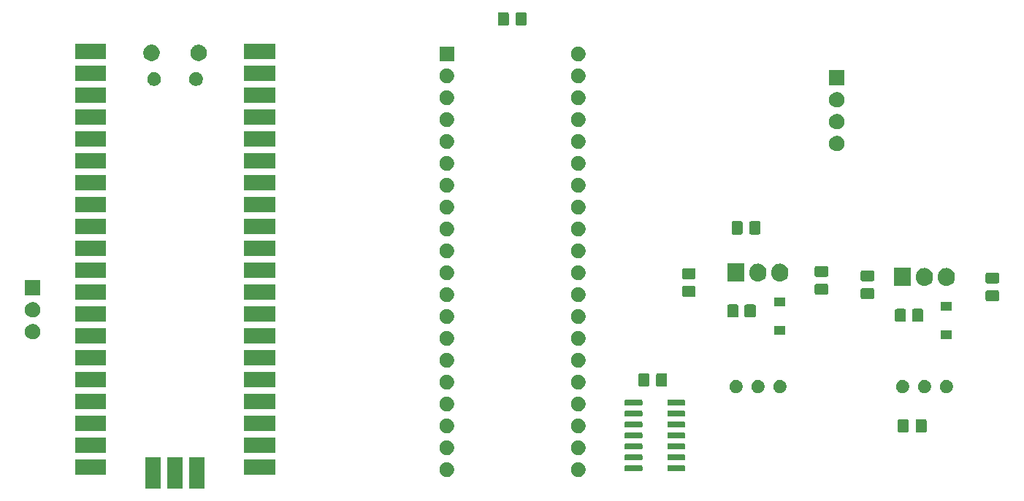
<source format=gbr>
G04 #@! TF.GenerationSoftware,KiCad,Pcbnew,5.1.5+dfsg1-2build2*
G04 #@! TF.CreationDate,2023-06-05T14:25:05+01:00*
G04 #@! TF.ProjectId,dumper_3780,64756d70-6572-45f3-9337-38302e6b6963,rev?*
G04 #@! TF.SameCoordinates,Original*
G04 #@! TF.FileFunction,Soldermask,Top*
G04 #@! TF.FilePolarity,Negative*
%FSLAX46Y46*%
G04 Gerber Fmt 4.6, Leading zero omitted, Abs format (unit mm)*
G04 Created by KiCad (PCBNEW 5.1.5+dfsg1-2build2) date 2023-06-05 14:25:05*
%MOMM*%
%LPD*%
G04 APERTURE LIST*
%ADD10C,0.100000*%
G04 APERTURE END LIST*
D10*
G36*
X206133000Y-150553000D02*
G01*
X204331000Y-150553000D01*
X204331000Y-146951000D01*
X206133000Y-146951000D01*
X206133000Y-150553000D01*
G37*
G36*
X203593000Y-150553000D02*
G01*
X201791000Y-150553000D01*
X201791000Y-146951000D01*
X203593000Y-146951000D01*
X203593000Y-150553000D01*
G37*
G36*
X201053000Y-150553000D02*
G01*
X199251000Y-150553000D01*
X199251000Y-146951000D01*
X201053000Y-146951000D01*
X201053000Y-150553000D01*
G37*
G36*
X234436228Y-147517703D02*
G01*
X234591100Y-147581853D01*
X234730481Y-147674985D01*
X234849015Y-147793519D01*
X234942147Y-147932900D01*
X235006297Y-148087772D01*
X235039000Y-148252184D01*
X235039000Y-148419816D01*
X235006297Y-148584228D01*
X234942147Y-148739100D01*
X234849015Y-148878481D01*
X234730481Y-148997015D01*
X234591100Y-149090147D01*
X234436228Y-149154297D01*
X234271816Y-149187000D01*
X234104184Y-149187000D01*
X233939772Y-149154297D01*
X233784900Y-149090147D01*
X233645519Y-148997015D01*
X233526985Y-148878481D01*
X233433853Y-148739100D01*
X233369703Y-148584228D01*
X233337000Y-148419816D01*
X233337000Y-148252184D01*
X233369703Y-148087772D01*
X233433853Y-147932900D01*
X233526985Y-147793519D01*
X233645519Y-147674985D01*
X233784900Y-147581853D01*
X233939772Y-147517703D01*
X234104184Y-147485000D01*
X234271816Y-147485000D01*
X234436228Y-147517703D01*
G37*
G36*
X249676228Y-147517703D02*
G01*
X249831100Y-147581853D01*
X249970481Y-147674985D01*
X250089015Y-147793519D01*
X250182147Y-147932900D01*
X250246297Y-148087772D01*
X250279000Y-148252184D01*
X250279000Y-148419816D01*
X250246297Y-148584228D01*
X250182147Y-148739100D01*
X250089015Y-148878481D01*
X249970481Y-148997015D01*
X249831100Y-149090147D01*
X249676228Y-149154297D01*
X249511816Y-149187000D01*
X249344184Y-149187000D01*
X249179772Y-149154297D01*
X249024900Y-149090147D01*
X248885519Y-148997015D01*
X248766985Y-148878481D01*
X248673853Y-148739100D01*
X248609703Y-148584228D01*
X248577000Y-148419816D01*
X248577000Y-148252184D01*
X248609703Y-148087772D01*
X248673853Y-147932900D01*
X248766985Y-147793519D01*
X248885519Y-147674985D01*
X249024900Y-147581853D01*
X249179772Y-147517703D01*
X249344184Y-147485000D01*
X249511816Y-147485000D01*
X249676228Y-147517703D01*
G37*
G36*
X194703000Y-148983000D02*
G01*
X191101000Y-148983000D01*
X191101000Y-147181000D01*
X194703000Y-147181000D01*
X194703000Y-148983000D01*
G37*
G36*
X214283000Y-148983000D02*
G01*
X210681000Y-148983000D01*
X210681000Y-147181000D01*
X214283000Y-147181000D01*
X214283000Y-148983000D01*
G37*
G36*
X256777928Y-147860764D02*
G01*
X256799009Y-147867160D01*
X256818445Y-147877548D01*
X256835476Y-147891524D01*
X256849452Y-147908555D01*
X256859840Y-147927991D01*
X256866236Y-147949072D01*
X256869000Y-147977140D01*
X256869000Y-148440860D01*
X256866236Y-148468928D01*
X256859840Y-148490009D01*
X256849452Y-148509445D01*
X256835476Y-148526476D01*
X256818445Y-148540452D01*
X256799009Y-148550840D01*
X256777928Y-148557236D01*
X256749860Y-148560000D01*
X254936140Y-148560000D01*
X254908072Y-148557236D01*
X254886991Y-148550840D01*
X254867555Y-148540452D01*
X254850524Y-148526476D01*
X254836548Y-148509445D01*
X254826160Y-148490009D01*
X254819764Y-148468928D01*
X254817000Y-148440860D01*
X254817000Y-147977140D01*
X254819764Y-147949072D01*
X254826160Y-147927991D01*
X254836548Y-147908555D01*
X254850524Y-147891524D01*
X254867555Y-147877548D01*
X254886991Y-147867160D01*
X254908072Y-147860764D01*
X254936140Y-147858000D01*
X256749860Y-147858000D01*
X256777928Y-147860764D01*
G37*
G36*
X261727928Y-147860764D02*
G01*
X261749009Y-147867160D01*
X261768445Y-147877548D01*
X261785476Y-147891524D01*
X261799452Y-147908555D01*
X261809840Y-147927991D01*
X261816236Y-147949072D01*
X261819000Y-147977140D01*
X261819000Y-148440860D01*
X261816236Y-148468928D01*
X261809840Y-148490009D01*
X261799452Y-148509445D01*
X261785476Y-148526476D01*
X261768445Y-148540452D01*
X261749009Y-148550840D01*
X261727928Y-148557236D01*
X261699860Y-148560000D01*
X259886140Y-148560000D01*
X259858072Y-148557236D01*
X259836991Y-148550840D01*
X259817555Y-148540452D01*
X259800524Y-148526476D01*
X259786548Y-148509445D01*
X259776160Y-148490009D01*
X259769764Y-148468928D01*
X259767000Y-148440860D01*
X259767000Y-147977140D01*
X259769764Y-147949072D01*
X259776160Y-147927991D01*
X259786548Y-147908555D01*
X259800524Y-147891524D01*
X259817555Y-147877548D01*
X259836991Y-147867160D01*
X259858072Y-147860764D01*
X259886140Y-147858000D01*
X261699860Y-147858000D01*
X261727928Y-147860764D01*
G37*
G36*
X261727928Y-146590764D02*
G01*
X261749009Y-146597160D01*
X261768445Y-146607548D01*
X261785476Y-146621524D01*
X261799452Y-146638555D01*
X261809840Y-146657991D01*
X261816236Y-146679072D01*
X261819000Y-146707140D01*
X261819000Y-147170860D01*
X261816236Y-147198928D01*
X261809840Y-147220009D01*
X261799452Y-147239445D01*
X261785476Y-147256476D01*
X261768445Y-147270452D01*
X261749009Y-147280840D01*
X261727928Y-147287236D01*
X261699860Y-147290000D01*
X259886140Y-147290000D01*
X259858072Y-147287236D01*
X259836991Y-147280840D01*
X259817555Y-147270452D01*
X259800524Y-147256476D01*
X259786548Y-147239445D01*
X259776160Y-147220009D01*
X259769764Y-147198928D01*
X259767000Y-147170860D01*
X259767000Y-146707140D01*
X259769764Y-146679072D01*
X259776160Y-146657991D01*
X259786548Y-146638555D01*
X259800524Y-146621524D01*
X259817555Y-146607548D01*
X259836991Y-146597160D01*
X259858072Y-146590764D01*
X259886140Y-146588000D01*
X261699860Y-146588000D01*
X261727928Y-146590764D01*
G37*
G36*
X256777928Y-146590764D02*
G01*
X256799009Y-146597160D01*
X256818445Y-146607548D01*
X256835476Y-146621524D01*
X256849452Y-146638555D01*
X256859840Y-146657991D01*
X256866236Y-146679072D01*
X256869000Y-146707140D01*
X256869000Y-147170860D01*
X256866236Y-147198928D01*
X256859840Y-147220009D01*
X256849452Y-147239445D01*
X256835476Y-147256476D01*
X256818445Y-147270452D01*
X256799009Y-147280840D01*
X256777928Y-147287236D01*
X256749860Y-147290000D01*
X254936140Y-147290000D01*
X254908072Y-147287236D01*
X254886991Y-147280840D01*
X254867555Y-147270452D01*
X254850524Y-147256476D01*
X254836548Y-147239445D01*
X254826160Y-147220009D01*
X254819764Y-147198928D01*
X254817000Y-147170860D01*
X254817000Y-146707140D01*
X254819764Y-146679072D01*
X254826160Y-146657991D01*
X254836548Y-146638555D01*
X254850524Y-146621524D01*
X254867555Y-146607548D01*
X254886991Y-146597160D01*
X254908072Y-146590764D01*
X254936140Y-146588000D01*
X256749860Y-146588000D01*
X256777928Y-146590764D01*
G37*
G36*
X249676228Y-144977703D02*
G01*
X249831100Y-145041853D01*
X249970481Y-145134985D01*
X250089015Y-145253519D01*
X250182147Y-145392900D01*
X250246297Y-145547772D01*
X250279000Y-145712184D01*
X250279000Y-145879816D01*
X250246297Y-146044228D01*
X250182147Y-146199100D01*
X250089015Y-146338481D01*
X249970481Y-146457015D01*
X249831100Y-146550147D01*
X249676228Y-146614297D01*
X249511816Y-146647000D01*
X249344184Y-146647000D01*
X249179772Y-146614297D01*
X249024900Y-146550147D01*
X248885519Y-146457015D01*
X248766985Y-146338481D01*
X248673853Y-146199100D01*
X248609703Y-146044228D01*
X248577000Y-145879816D01*
X248577000Y-145712184D01*
X248609703Y-145547772D01*
X248673853Y-145392900D01*
X248766985Y-145253519D01*
X248885519Y-145134985D01*
X249024900Y-145041853D01*
X249179772Y-144977703D01*
X249344184Y-144945000D01*
X249511816Y-144945000D01*
X249676228Y-144977703D01*
G37*
G36*
X234436228Y-144977703D02*
G01*
X234591100Y-145041853D01*
X234730481Y-145134985D01*
X234849015Y-145253519D01*
X234942147Y-145392900D01*
X235006297Y-145547772D01*
X235039000Y-145712184D01*
X235039000Y-145879816D01*
X235006297Y-146044228D01*
X234942147Y-146199100D01*
X234849015Y-146338481D01*
X234730481Y-146457015D01*
X234591100Y-146550147D01*
X234436228Y-146614297D01*
X234271816Y-146647000D01*
X234104184Y-146647000D01*
X233939772Y-146614297D01*
X233784900Y-146550147D01*
X233645519Y-146457015D01*
X233526985Y-146338481D01*
X233433853Y-146199100D01*
X233369703Y-146044228D01*
X233337000Y-145879816D01*
X233337000Y-145712184D01*
X233369703Y-145547772D01*
X233433853Y-145392900D01*
X233526985Y-145253519D01*
X233645519Y-145134985D01*
X233784900Y-145041853D01*
X233939772Y-144977703D01*
X234104184Y-144945000D01*
X234271816Y-144945000D01*
X234436228Y-144977703D01*
G37*
G36*
X194703000Y-146443000D02*
G01*
X191101000Y-146443000D01*
X191101000Y-144641000D01*
X194703000Y-144641000D01*
X194703000Y-146443000D01*
G37*
G36*
X214283000Y-146443000D02*
G01*
X210681000Y-146443000D01*
X210681000Y-144641000D01*
X214283000Y-144641000D01*
X214283000Y-146443000D01*
G37*
G36*
X261727928Y-145320764D02*
G01*
X261749009Y-145327160D01*
X261768445Y-145337548D01*
X261785476Y-145351524D01*
X261799452Y-145368555D01*
X261809840Y-145387991D01*
X261816236Y-145409072D01*
X261819000Y-145437140D01*
X261819000Y-145900860D01*
X261816236Y-145928928D01*
X261809840Y-145950009D01*
X261799452Y-145969445D01*
X261785476Y-145986476D01*
X261768445Y-146000452D01*
X261749009Y-146010840D01*
X261727928Y-146017236D01*
X261699860Y-146020000D01*
X259886140Y-146020000D01*
X259858072Y-146017236D01*
X259836991Y-146010840D01*
X259817555Y-146000452D01*
X259800524Y-145986476D01*
X259786548Y-145969445D01*
X259776160Y-145950009D01*
X259769764Y-145928928D01*
X259767000Y-145900860D01*
X259767000Y-145437140D01*
X259769764Y-145409072D01*
X259776160Y-145387991D01*
X259786548Y-145368555D01*
X259800524Y-145351524D01*
X259817555Y-145337548D01*
X259836991Y-145327160D01*
X259858072Y-145320764D01*
X259886140Y-145318000D01*
X261699860Y-145318000D01*
X261727928Y-145320764D01*
G37*
G36*
X256777928Y-145320764D02*
G01*
X256799009Y-145327160D01*
X256818445Y-145337548D01*
X256835476Y-145351524D01*
X256849452Y-145368555D01*
X256859840Y-145387991D01*
X256866236Y-145409072D01*
X256869000Y-145437140D01*
X256869000Y-145900860D01*
X256866236Y-145928928D01*
X256859840Y-145950009D01*
X256849452Y-145969445D01*
X256835476Y-145986476D01*
X256818445Y-146000452D01*
X256799009Y-146010840D01*
X256777928Y-146017236D01*
X256749860Y-146020000D01*
X254936140Y-146020000D01*
X254908072Y-146017236D01*
X254886991Y-146010840D01*
X254867555Y-146000452D01*
X254850524Y-145986476D01*
X254836548Y-145969445D01*
X254826160Y-145950009D01*
X254819764Y-145928928D01*
X254817000Y-145900860D01*
X254817000Y-145437140D01*
X254819764Y-145409072D01*
X254826160Y-145387991D01*
X254836548Y-145368555D01*
X254850524Y-145351524D01*
X254867555Y-145337548D01*
X254886991Y-145327160D01*
X254908072Y-145320764D01*
X254936140Y-145318000D01*
X256749860Y-145318000D01*
X256777928Y-145320764D01*
G37*
G36*
X261727928Y-144050764D02*
G01*
X261749009Y-144057160D01*
X261768445Y-144067548D01*
X261785476Y-144081524D01*
X261799452Y-144098555D01*
X261809840Y-144117991D01*
X261816236Y-144139072D01*
X261819000Y-144167140D01*
X261819000Y-144630860D01*
X261816236Y-144658928D01*
X261809840Y-144680009D01*
X261799452Y-144699445D01*
X261785476Y-144716476D01*
X261768445Y-144730452D01*
X261749009Y-144740840D01*
X261727928Y-144747236D01*
X261699860Y-144750000D01*
X259886140Y-144750000D01*
X259858072Y-144747236D01*
X259836991Y-144740840D01*
X259817555Y-144730452D01*
X259800524Y-144716476D01*
X259786548Y-144699445D01*
X259776160Y-144680009D01*
X259769764Y-144658928D01*
X259767000Y-144630860D01*
X259767000Y-144167140D01*
X259769764Y-144139072D01*
X259776160Y-144117991D01*
X259786548Y-144098555D01*
X259800524Y-144081524D01*
X259817555Y-144067548D01*
X259836991Y-144057160D01*
X259858072Y-144050764D01*
X259886140Y-144048000D01*
X261699860Y-144048000D01*
X261727928Y-144050764D01*
G37*
G36*
X256777928Y-144050764D02*
G01*
X256799009Y-144057160D01*
X256818445Y-144067548D01*
X256835476Y-144081524D01*
X256849452Y-144098555D01*
X256859840Y-144117991D01*
X256866236Y-144139072D01*
X256869000Y-144167140D01*
X256869000Y-144630860D01*
X256866236Y-144658928D01*
X256859840Y-144680009D01*
X256849452Y-144699445D01*
X256835476Y-144716476D01*
X256818445Y-144730452D01*
X256799009Y-144740840D01*
X256777928Y-144747236D01*
X256749860Y-144750000D01*
X254936140Y-144750000D01*
X254908072Y-144747236D01*
X254886991Y-144740840D01*
X254867555Y-144730452D01*
X254850524Y-144716476D01*
X254836548Y-144699445D01*
X254826160Y-144680009D01*
X254819764Y-144658928D01*
X254817000Y-144630860D01*
X254817000Y-144167140D01*
X254819764Y-144139072D01*
X254826160Y-144117991D01*
X254836548Y-144098555D01*
X254850524Y-144081524D01*
X254867555Y-144067548D01*
X254886991Y-144057160D01*
X254908072Y-144050764D01*
X254936140Y-144048000D01*
X256749860Y-144048000D01*
X256777928Y-144050764D01*
G37*
G36*
X234436228Y-142437703D02*
G01*
X234591100Y-142501853D01*
X234730481Y-142594985D01*
X234849015Y-142713519D01*
X234942147Y-142852900D01*
X235006297Y-143007772D01*
X235039000Y-143172184D01*
X235039000Y-143339816D01*
X235006297Y-143504228D01*
X234942147Y-143659100D01*
X234849015Y-143798481D01*
X234730481Y-143917015D01*
X234591100Y-144010147D01*
X234436228Y-144074297D01*
X234271816Y-144107000D01*
X234104184Y-144107000D01*
X233939772Y-144074297D01*
X233784900Y-144010147D01*
X233645519Y-143917015D01*
X233526985Y-143798481D01*
X233433853Y-143659100D01*
X233369703Y-143504228D01*
X233337000Y-143339816D01*
X233337000Y-143172184D01*
X233369703Y-143007772D01*
X233433853Y-142852900D01*
X233526985Y-142713519D01*
X233645519Y-142594985D01*
X233784900Y-142501853D01*
X233939772Y-142437703D01*
X234104184Y-142405000D01*
X234271816Y-142405000D01*
X234436228Y-142437703D01*
G37*
G36*
X249676228Y-142437703D02*
G01*
X249831100Y-142501853D01*
X249970481Y-142594985D01*
X250089015Y-142713519D01*
X250182147Y-142852900D01*
X250246297Y-143007772D01*
X250279000Y-143172184D01*
X250279000Y-143339816D01*
X250246297Y-143504228D01*
X250182147Y-143659100D01*
X250089015Y-143798481D01*
X249970481Y-143917015D01*
X249831100Y-144010147D01*
X249676228Y-144074297D01*
X249511816Y-144107000D01*
X249344184Y-144107000D01*
X249179772Y-144074297D01*
X249024900Y-144010147D01*
X248885519Y-143917015D01*
X248766985Y-143798481D01*
X248673853Y-143659100D01*
X248609703Y-143504228D01*
X248577000Y-143339816D01*
X248577000Y-143172184D01*
X248609703Y-143007772D01*
X248673853Y-142852900D01*
X248766985Y-142713519D01*
X248885519Y-142594985D01*
X249024900Y-142501853D01*
X249179772Y-142437703D01*
X249344184Y-142405000D01*
X249511816Y-142405000D01*
X249676228Y-142437703D01*
G37*
G36*
X287581483Y-142484434D02*
G01*
X287618872Y-142495776D01*
X287653326Y-142514191D01*
X287683525Y-142538975D01*
X287708309Y-142569174D01*
X287726724Y-142603628D01*
X287738066Y-142641017D01*
X287742500Y-142686035D01*
X287742500Y-143825965D01*
X287738066Y-143870983D01*
X287726724Y-143908372D01*
X287708309Y-143942826D01*
X287683525Y-143973025D01*
X287653326Y-143997809D01*
X287618872Y-144016224D01*
X287581483Y-144027566D01*
X287536465Y-144032000D01*
X286671535Y-144032000D01*
X286626517Y-144027566D01*
X286589128Y-144016224D01*
X286554674Y-143997809D01*
X286524475Y-143973025D01*
X286499691Y-143942826D01*
X286481276Y-143908372D01*
X286469934Y-143870983D01*
X286465500Y-143825965D01*
X286465500Y-142686035D01*
X286469934Y-142641017D01*
X286481276Y-142603628D01*
X286499691Y-142569174D01*
X286524475Y-142538975D01*
X286554674Y-142514191D01*
X286589128Y-142495776D01*
X286626517Y-142484434D01*
X286671535Y-142480000D01*
X287536465Y-142480000D01*
X287581483Y-142484434D01*
G37*
G36*
X289656483Y-142484434D02*
G01*
X289693872Y-142495776D01*
X289728326Y-142514191D01*
X289758525Y-142538975D01*
X289783309Y-142569174D01*
X289801724Y-142603628D01*
X289813066Y-142641017D01*
X289817500Y-142686035D01*
X289817500Y-143825965D01*
X289813066Y-143870983D01*
X289801724Y-143908372D01*
X289783309Y-143942826D01*
X289758525Y-143973025D01*
X289728326Y-143997809D01*
X289693872Y-144016224D01*
X289656483Y-144027566D01*
X289611465Y-144032000D01*
X288746535Y-144032000D01*
X288701517Y-144027566D01*
X288664128Y-144016224D01*
X288629674Y-143997809D01*
X288599475Y-143973025D01*
X288574691Y-143942826D01*
X288556276Y-143908372D01*
X288544934Y-143870983D01*
X288540500Y-143825965D01*
X288540500Y-142686035D01*
X288544934Y-142641017D01*
X288556276Y-142603628D01*
X288574691Y-142569174D01*
X288599475Y-142538975D01*
X288629674Y-142514191D01*
X288664128Y-142495776D01*
X288701517Y-142484434D01*
X288746535Y-142480000D01*
X289611465Y-142480000D01*
X289656483Y-142484434D01*
G37*
G36*
X194703000Y-143903000D02*
G01*
X191101000Y-143903000D01*
X191101000Y-142101000D01*
X194703000Y-142101000D01*
X194703000Y-143903000D01*
G37*
G36*
X214283000Y-143903000D02*
G01*
X210681000Y-143903000D01*
X210681000Y-142101000D01*
X214283000Y-142101000D01*
X214283000Y-143903000D01*
G37*
G36*
X261727928Y-142780764D02*
G01*
X261749009Y-142787160D01*
X261768445Y-142797548D01*
X261785476Y-142811524D01*
X261799452Y-142828555D01*
X261809840Y-142847991D01*
X261816236Y-142869072D01*
X261819000Y-142897140D01*
X261819000Y-143360860D01*
X261816236Y-143388928D01*
X261809840Y-143410009D01*
X261799452Y-143429445D01*
X261785476Y-143446476D01*
X261768445Y-143460452D01*
X261749009Y-143470840D01*
X261727928Y-143477236D01*
X261699860Y-143480000D01*
X259886140Y-143480000D01*
X259858072Y-143477236D01*
X259836991Y-143470840D01*
X259817555Y-143460452D01*
X259800524Y-143446476D01*
X259786548Y-143429445D01*
X259776160Y-143410009D01*
X259769764Y-143388928D01*
X259767000Y-143360860D01*
X259767000Y-142897140D01*
X259769764Y-142869072D01*
X259776160Y-142847991D01*
X259786548Y-142828555D01*
X259800524Y-142811524D01*
X259817555Y-142797548D01*
X259836991Y-142787160D01*
X259858072Y-142780764D01*
X259886140Y-142778000D01*
X261699860Y-142778000D01*
X261727928Y-142780764D01*
G37*
G36*
X256777928Y-142780764D02*
G01*
X256799009Y-142787160D01*
X256818445Y-142797548D01*
X256835476Y-142811524D01*
X256849452Y-142828555D01*
X256859840Y-142847991D01*
X256866236Y-142869072D01*
X256869000Y-142897140D01*
X256869000Y-143360860D01*
X256866236Y-143388928D01*
X256859840Y-143410009D01*
X256849452Y-143429445D01*
X256835476Y-143446476D01*
X256818445Y-143460452D01*
X256799009Y-143470840D01*
X256777928Y-143477236D01*
X256749860Y-143480000D01*
X254936140Y-143480000D01*
X254908072Y-143477236D01*
X254886991Y-143470840D01*
X254867555Y-143460452D01*
X254850524Y-143446476D01*
X254836548Y-143429445D01*
X254826160Y-143410009D01*
X254819764Y-143388928D01*
X254817000Y-143360860D01*
X254817000Y-142897140D01*
X254819764Y-142869072D01*
X254826160Y-142847991D01*
X254836548Y-142828555D01*
X254850524Y-142811524D01*
X254867555Y-142797548D01*
X254886991Y-142787160D01*
X254908072Y-142780764D01*
X254936140Y-142778000D01*
X256749860Y-142778000D01*
X256777928Y-142780764D01*
G37*
G36*
X261727928Y-141510764D02*
G01*
X261749009Y-141517160D01*
X261768445Y-141527548D01*
X261785476Y-141541524D01*
X261799452Y-141558555D01*
X261809840Y-141577991D01*
X261816236Y-141599072D01*
X261819000Y-141627140D01*
X261819000Y-142090860D01*
X261816236Y-142118928D01*
X261809840Y-142140009D01*
X261799452Y-142159445D01*
X261785476Y-142176476D01*
X261768445Y-142190452D01*
X261749009Y-142200840D01*
X261727928Y-142207236D01*
X261699860Y-142210000D01*
X259886140Y-142210000D01*
X259858072Y-142207236D01*
X259836991Y-142200840D01*
X259817555Y-142190452D01*
X259800524Y-142176476D01*
X259786548Y-142159445D01*
X259776160Y-142140009D01*
X259769764Y-142118928D01*
X259767000Y-142090860D01*
X259767000Y-141627140D01*
X259769764Y-141599072D01*
X259776160Y-141577991D01*
X259786548Y-141558555D01*
X259800524Y-141541524D01*
X259817555Y-141527548D01*
X259836991Y-141517160D01*
X259858072Y-141510764D01*
X259886140Y-141508000D01*
X261699860Y-141508000D01*
X261727928Y-141510764D01*
G37*
G36*
X256777928Y-141510764D02*
G01*
X256799009Y-141517160D01*
X256818445Y-141527548D01*
X256835476Y-141541524D01*
X256849452Y-141558555D01*
X256859840Y-141577991D01*
X256866236Y-141599072D01*
X256869000Y-141627140D01*
X256869000Y-142090860D01*
X256866236Y-142118928D01*
X256859840Y-142140009D01*
X256849452Y-142159445D01*
X256835476Y-142176476D01*
X256818445Y-142190452D01*
X256799009Y-142200840D01*
X256777928Y-142207236D01*
X256749860Y-142210000D01*
X254936140Y-142210000D01*
X254908072Y-142207236D01*
X254886991Y-142200840D01*
X254867555Y-142190452D01*
X254850524Y-142176476D01*
X254836548Y-142159445D01*
X254826160Y-142140009D01*
X254819764Y-142118928D01*
X254817000Y-142090860D01*
X254817000Y-141627140D01*
X254819764Y-141599072D01*
X254826160Y-141577991D01*
X254836548Y-141558555D01*
X254850524Y-141541524D01*
X254867555Y-141527548D01*
X254886991Y-141517160D01*
X254908072Y-141510764D01*
X254936140Y-141508000D01*
X256749860Y-141508000D01*
X256777928Y-141510764D01*
G37*
G36*
X234436228Y-139897703D02*
G01*
X234591100Y-139961853D01*
X234730481Y-140054985D01*
X234849015Y-140173519D01*
X234942147Y-140312900D01*
X235006297Y-140467772D01*
X235039000Y-140632184D01*
X235039000Y-140799816D01*
X235006297Y-140964228D01*
X234942147Y-141119100D01*
X234849015Y-141258481D01*
X234730481Y-141377015D01*
X234591100Y-141470147D01*
X234436228Y-141534297D01*
X234271816Y-141567000D01*
X234104184Y-141567000D01*
X233939772Y-141534297D01*
X233784900Y-141470147D01*
X233645519Y-141377015D01*
X233526985Y-141258481D01*
X233433853Y-141119100D01*
X233369703Y-140964228D01*
X233337000Y-140799816D01*
X233337000Y-140632184D01*
X233369703Y-140467772D01*
X233433853Y-140312900D01*
X233526985Y-140173519D01*
X233645519Y-140054985D01*
X233784900Y-139961853D01*
X233939772Y-139897703D01*
X234104184Y-139865000D01*
X234271816Y-139865000D01*
X234436228Y-139897703D01*
G37*
G36*
X249676228Y-139897703D02*
G01*
X249831100Y-139961853D01*
X249970481Y-140054985D01*
X250089015Y-140173519D01*
X250182147Y-140312900D01*
X250246297Y-140467772D01*
X250279000Y-140632184D01*
X250279000Y-140799816D01*
X250246297Y-140964228D01*
X250182147Y-141119100D01*
X250089015Y-141258481D01*
X249970481Y-141377015D01*
X249831100Y-141470147D01*
X249676228Y-141534297D01*
X249511816Y-141567000D01*
X249344184Y-141567000D01*
X249179772Y-141534297D01*
X249024900Y-141470147D01*
X248885519Y-141377015D01*
X248766985Y-141258481D01*
X248673853Y-141119100D01*
X248609703Y-140964228D01*
X248577000Y-140799816D01*
X248577000Y-140632184D01*
X248609703Y-140467772D01*
X248673853Y-140312900D01*
X248766985Y-140173519D01*
X248885519Y-140054985D01*
X249024900Y-139961853D01*
X249179772Y-139897703D01*
X249344184Y-139865000D01*
X249511816Y-139865000D01*
X249676228Y-139897703D01*
G37*
G36*
X214283000Y-141363000D02*
G01*
X210681000Y-141363000D01*
X210681000Y-139561000D01*
X214283000Y-139561000D01*
X214283000Y-141363000D01*
G37*
G36*
X194703000Y-141363000D02*
G01*
X191101000Y-141363000D01*
X191101000Y-139561000D01*
X194703000Y-139561000D01*
X194703000Y-141363000D01*
G37*
G36*
X261727928Y-140240764D02*
G01*
X261749009Y-140247160D01*
X261768445Y-140257548D01*
X261785476Y-140271524D01*
X261799452Y-140288555D01*
X261809840Y-140307991D01*
X261816236Y-140329072D01*
X261819000Y-140357140D01*
X261819000Y-140820860D01*
X261816236Y-140848928D01*
X261809840Y-140870009D01*
X261799452Y-140889445D01*
X261785476Y-140906476D01*
X261768445Y-140920452D01*
X261749009Y-140930840D01*
X261727928Y-140937236D01*
X261699860Y-140940000D01*
X259886140Y-140940000D01*
X259858072Y-140937236D01*
X259836991Y-140930840D01*
X259817555Y-140920452D01*
X259800524Y-140906476D01*
X259786548Y-140889445D01*
X259776160Y-140870009D01*
X259769764Y-140848928D01*
X259767000Y-140820860D01*
X259767000Y-140357140D01*
X259769764Y-140329072D01*
X259776160Y-140307991D01*
X259786548Y-140288555D01*
X259800524Y-140271524D01*
X259817555Y-140257548D01*
X259836991Y-140247160D01*
X259858072Y-140240764D01*
X259886140Y-140238000D01*
X261699860Y-140238000D01*
X261727928Y-140240764D01*
G37*
G36*
X256777928Y-140240764D02*
G01*
X256799009Y-140247160D01*
X256818445Y-140257548D01*
X256835476Y-140271524D01*
X256849452Y-140288555D01*
X256859840Y-140307991D01*
X256866236Y-140329072D01*
X256869000Y-140357140D01*
X256869000Y-140820860D01*
X256866236Y-140848928D01*
X256859840Y-140870009D01*
X256849452Y-140889445D01*
X256835476Y-140906476D01*
X256818445Y-140920452D01*
X256799009Y-140930840D01*
X256777928Y-140937236D01*
X256749860Y-140940000D01*
X254936140Y-140940000D01*
X254908072Y-140937236D01*
X254886991Y-140930840D01*
X254867555Y-140920452D01*
X254850524Y-140906476D01*
X254836548Y-140889445D01*
X254826160Y-140870009D01*
X254819764Y-140848928D01*
X254817000Y-140820860D01*
X254817000Y-140357140D01*
X254819764Y-140329072D01*
X254826160Y-140307991D01*
X254836548Y-140288555D01*
X254850524Y-140271524D01*
X254867555Y-140257548D01*
X254886991Y-140247160D01*
X254908072Y-140240764D01*
X254936140Y-140238000D01*
X256749860Y-140238000D01*
X256777928Y-140240764D01*
G37*
G36*
X267841589Y-137922876D02*
G01*
X267940893Y-137942629D01*
X268081206Y-138000748D01*
X268207484Y-138085125D01*
X268314875Y-138192516D01*
X268399252Y-138318794D01*
X268457371Y-138459107D01*
X268457371Y-138459109D01*
X268480299Y-138574372D01*
X268487000Y-138608063D01*
X268487000Y-138759937D01*
X268457371Y-138908893D01*
X268399252Y-139049206D01*
X268314875Y-139175484D01*
X268207484Y-139282875D01*
X268081206Y-139367252D01*
X267940893Y-139425371D01*
X267841589Y-139445124D01*
X267791938Y-139455000D01*
X267640062Y-139455000D01*
X267590411Y-139445124D01*
X267491107Y-139425371D01*
X267350794Y-139367252D01*
X267224516Y-139282875D01*
X267117125Y-139175484D01*
X267032748Y-139049206D01*
X266974629Y-138908893D01*
X266945000Y-138759937D01*
X266945000Y-138608063D01*
X266951702Y-138574372D01*
X266974629Y-138459109D01*
X266974629Y-138459107D01*
X267032748Y-138318794D01*
X267117125Y-138192516D01*
X267224516Y-138085125D01*
X267350794Y-138000748D01*
X267491107Y-137942629D01*
X267590411Y-137922876D01*
X267640062Y-137913000D01*
X267791938Y-137913000D01*
X267841589Y-137922876D01*
G37*
G36*
X292225589Y-137922876D02*
G01*
X292324893Y-137942629D01*
X292465206Y-138000748D01*
X292591484Y-138085125D01*
X292698875Y-138192516D01*
X292783252Y-138318794D01*
X292841371Y-138459107D01*
X292841371Y-138459109D01*
X292864299Y-138574372D01*
X292871000Y-138608063D01*
X292871000Y-138759937D01*
X292841371Y-138908893D01*
X292783252Y-139049206D01*
X292698875Y-139175484D01*
X292591484Y-139282875D01*
X292465206Y-139367252D01*
X292324893Y-139425371D01*
X292225589Y-139445124D01*
X292175938Y-139455000D01*
X292024062Y-139455000D01*
X291974411Y-139445124D01*
X291875107Y-139425371D01*
X291734794Y-139367252D01*
X291608516Y-139282875D01*
X291501125Y-139175484D01*
X291416748Y-139049206D01*
X291358629Y-138908893D01*
X291329000Y-138759937D01*
X291329000Y-138608063D01*
X291335702Y-138574372D01*
X291358629Y-138459109D01*
X291358629Y-138459107D01*
X291416748Y-138318794D01*
X291501125Y-138192516D01*
X291608516Y-138085125D01*
X291734794Y-138000748D01*
X291875107Y-137942629D01*
X291974411Y-137922876D01*
X292024062Y-137913000D01*
X292175938Y-137913000D01*
X292225589Y-137922876D01*
G37*
G36*
X272921589Y-137922876D02*
G01*
X273020893Y-137942629D01*
X273161206Y-138000748D01*
X273287484Y-138085125D01*
X273394875Y-138192516D01*
X273479252Y-138318794D01*
X273537371Y-138459107D01*
X273537371Y-138459109D01*
X273560299Y-138574372D01*
X273567000Y-138608063D01*
X273567000Y-138759937D01*
X273537371Y-138908893D01*
X273479252Y-139049206D01*
X273394875Y-139175484D01*
X273287484Y-139282875D01*
X273161206Y-139367252D01*
X273020893Y-139425371D01*
X272921589Y-139445124D01*
X272871938Y-139455000D01*
X272720062Y-139455000D01*
X272670411Y-139445124D01*
X272571107Y-139425371D01*
X272430794Y-139367252D01*
X272304516Y-139282875D01*
X272197125Y-139175484D01*
X272112748Y-139049206D01*
X272054629Y-138908893D01*
X272025000Y-138759937D01*
X272025000Y-138608063D01*
X272031702Y-138574372D01*
X272054629Y-138459109D01*
X272054629Y-138459107D01*
X272112748Y-138318794D01*
X272197125Y-138192516D01*
X272304516Y-138085125D01*
X272430794Y-138000748D01*
X272571107Y-137942629D01*
X272670411Y-137922876D01*
X272720062Y-137913000D01*
X272871938Y-137913000D01*
X272921589Y-137922876D01*
G37*
G36*
X287145589Y-137922876D02*
G01*
X287244893Y-137942629D01*
X287385206Y-138000748D01*
X287511484Y-138085125D01*
X287618875Y-138192516D01*
X287703252Y-138318794D01*
X287761371Y-138459107D01*
X287761371Y-138459109D01*
X287784299Y-138574372D01*
X287791000Y-138608063D01*
X287791000Y-138759937D01*
X287761371Y-138908893D01*
X287703252Y-139049206D01*
X287618875Y-139175484D01*
X287511484Y-139282875D01*
X287385206Y-139367252D01*
X287244893Y-139425371D01*
X287145589Y-139445124D01*
X287095938Y-139455000D01*
X286944062Y-139455000D01*
X286894411Y-139445124D01*
X286795107Y-139425371D01*
X286654794Y-139367252D01*
X286528516Y-139282875D01*
X286421125Y-139175484D01*
X286336748Y-139049206D01*
X286278629Y-138908893D01*
X286249000Y-138759937D01*
X286249000Y-138608063D01*
X286255702Y-138574372D01*
X286278629Y-138459109D01*
X286278629Y-138459107D01*
X286336748Y-138318794D01*
X286421125Y-138192516D01*
X286528516Y-138085125D01*
X286654794Y-138000748D01*
X286795107Y-137942629D01*
X286894411Y-137922876D01*
X286944062Y-137913000D01*
X287095938Y-137913000D01*
X287145589Y-137922876D01*
G37*
G36*
X270381589Y-137922876D02*
G01*
X270480893Y-137942629D01*
X270621206Y-138000748D01*
X270747484Y-138085125D01*
X270854875Y-138192516D01*
X270939252Y-138318794D01*
X270997371Y-138459107D01*
X270997371Y-138459109D01*
X271020299Y-138574372D01*
X271027000Y-138608063D01*
X271027000Y-138759937D01*
X270997371Y-138908893D01*
X270939252Y-139049206D01*
X270854875Y-139175484D01*
X270747484Y-139282875D01*
X270621206Y-139367252D01*
X270480893Y-139425371D01*
X270381589Y-139445124D01*
X270331938Y-139455000D01*
X270180062Y-139455000D01*
X270130411Y-139445124D01*
X270031107Y-139425371D01*
X269890794Y-139367252D01*
X269764516Y-139282875D01*
X269657125Y-139175484D01*
X269572748Y-139049206D01*
X269514629Y-138908893D01*
X269485000Y-138759937D01*
X269485000Y-138608063D01*
X269491702Y-138574372D01*
X269514629Y-138459109D01*
X269514629Y-138459107D01*
X269572748Y-138318794D01*
X269657125Y-138192516D01*
X269764516Y-138085125D01*
X269890794Y-138000748D01*
X270031107Y-137942629D01*
X270130411Y-137922876D01*
X270180062Y-137913000D01*
X270331938Y-137913000D01*
X270381589Y-137922876D01*
G37*
G36*
X289685589Y-137922876D02*
G01*
X289784893Y-137942629D01*
X289925206Y-138000748D01*
X290051484Y-138085125D01*
X290158875Y-138192516D01*
X290243252Y-138318794D01*
X290301371Y-138459107D01*
X290301371Y-138459109D01*
X290324299Y-138574372D01*
X290331000Y-138608063D01*
X290331000Y-138759937D01*
X290301371Y-138908893D01*
X290243252Y-139049206D01*
X290158875Y-139175484D01*
X290051484Y-139282875D01*
X289925206Y-139367252D01*
X289784893Y-139425371D01*
X289685589Y-139445124D01*
X289635938Y-139455000D01*
X289484062Y-139455000D01*
X289434411Y-139445124D01*
X289335107Y-139425371D01*
X289194794Y-139367252D01*
X289068516Y-139282875D01*
X288961125Y-139175484D01*
X288876748Y-139049206D01*
X288818629Y-138908893D01*
X288789000Y-138759937D01*
X288789000Y-138608063D01*
X288795702Y-138574372D01*
X288818629Y-138459109D01*
X288818629Y-138459107D01*
X288876748Y-138318794D01*
X288961125Y-138192516D01*
X289068516Y-138085125D01*
X289194794Y-138000748D01*
X289335107Y-137942629D01*
X289434411Y-137922876D01*
X289484062Y-137913000D01*
X289635938Y-137913000D01*
X289685589Y-137922876D01*
G37*
G36*
X234436228Y-137357703D02*
G01*
X234591100Y-137421853D01*
X234730481Y-137514985D01*
X234849015Y-137633519D01*
X234942147Y-137772900D01*
X235006297Y-137927772D01*
X235039000Y-138092184D01*
X235039000Y-138259816D01*
X235006297Y-138424228D01*
X234942147Y-138579100D01*
X234849015Y-138718481D01*
X234730481Y-138837015D01*
X234591100Y-138930147D01*
X234436228Y-138994297D01*
X234271816Y-139027000D01*
X234104184Y-139027000D01*
X233939772Y-138994297D01*
X233784900Y-138930147D01*
X233645519Y-138837015D01*
X233526985Y-138718481D01*
X233433853Y-138579100D01*
X233369703Y-138424228D01*
X233337000Y-138259816D01*
X233337000Y-138092184D01*
X233369703Y-137927772D01*
X233433853Y-137772900D01*
X233526985Y-137633519D01*
X233645519Y-137514985D01*
X233784900Y-137421853D01*
X233939772Y-137357703D01*
X234104184Y-137325000D01*
X234271816Y-137325000D01*
X234436228Y-137357703D01*
G37*
G36*
X249676228Y-137357703D02*
G01*
X249831100Y-137421853D01*
X249970481Y-137514985D01*
X250089015Y-137633519D01*
X250182147Y-137772900D01*
X250246297Y-137927772D01*
X250279000Y-138092184D01*
X250279000Y-138259816D01*
X250246297Y-138424228D01*
X250182147Y-138579100D01*
X250089015Y-138718481D01*
X249970481Y-138837015D01*
X249831100Y-138930147D01*
X249676228Y-138994297D01*
X249511816Y-139027000D01*
X249344184Y-139027000D01*
X249179772Y-138994297D01*
X249024900Y-138930147D01*
X248885519Y-138837015D01*
X248766985Y-138718481D01*
X248673853Y-138579100D01*
X248609703Y-138424228D01*
X248577000Y-138259816D01*
X248577000Y-138092184D01*
X248609703Y-137927772D01*
X248673853Y-137772900D01*
X248766985Y-137633519D01*
X248885519Y-137514985D01*
X249024900Y-137421853D01*
X249179772Y-137357703D01*
X249344184Y-137325000D01*
X249511816Y-137325000D01*
X249676228Y-137357703D01*
G37*
G36*
X214283000Y-138823000D02*
G01*
X210681000Y-138823000D01*
X210681000Y-137021000D01*
X214283000Y-137021000D01*
X214283000Y-138823000D01*
G37*
G36*
X194703000Y-138823000D02*
G01*
X191101000Y-138823000D01*
X191101000Y-137021000D01*
X194703000Y-137021000D01*
X194703000Y-138823000D01*
G37*
G36*
X257503983Y-137150434D02*
G01*
X257541372Y-137161776D01*
X257575826Y-137180191D01*
X257606025Y-137204975D01*
X257630809Y-137235174D01*
X257649224Y-137269628D01*
X257660566Y-137307017D01*
X257665000Y-137352035D01*
X257665000Y-138491965D01*
X257660566Y-138536983D01*
X257649224Y-138574372D01*
X257630809Y-138608826D01*
X257606025Y-138639025D01*
X257575826Y-138663809D01*
X257541372Y-138682224D01*
X257503983Y-138693566D01*
X257458965Y-138698000D01*
X256594035Y-138698000D01*
X256549017Y-138693566D01*
X256511628Y-138682224D01*
X256477174Y-138663809D01*
X256446975Y-138639025D01*
X256422191Y-138608826D01*
X256403776Y-138574372D01*
X256392434Y-138536983D01*
X256388000Y-138491965D01*
X256388000Y-137352035D01*
X256392434Y-137307017D01*
X256403776Y-137269628D01*
X256422191Y-137235174D01*
X256446975Y-137204975D01*
X256477174Y-137180191D01*
X256511628Y-137161776D01*
X256549017Y-137150434D01*
X256594035Y-137146000D01*
X257458965Y-137146000D01*
X257503983Y-137150434D01*
G37*
G36*
X259578983Y-137150434D02*
G01*
X259616372Y-137161776D01*
X259650826Y-137180191D01*
X259681025Y-137204975D01*
X259705809Y-137235174D01*
X259724224Y-137269628D01*
X259735566Y-137307017D01*
X259740000Y-137352035D01*
X259740000Y-138491965D01*
X259735566Y-138536983D01*
X259724224Y-138574372D01*
X259705809Y-138608826D01*
X259681025Y-138639025D01*
X259650826Y-138663809D01*
X259616372Y-138682224D01*
X259578983Y-138693566D01*
X259533965Y-138698000D01*
X258669035Y-138698000D01*
X258624017Y-138693566D01*
X258586628Y-138682224D01*
X258552174Y-138663809D01*
X258521975Y-138639025D01*
X258497191Y-138608826D01*
X258478776Y-138574372D01*
X258467434Y-138536983D01*
X258463000Y-138491965D01*
X258463000Y-137352035D01*
X258467434Y-137307017D01*
X258478776Y-137269628D01*
X258497191Y-137235174D01*
X258521975Y-137204975D01*
X258552174Y-137180191D01*
X258586628Y-137161776D01*
X258624017Y-137150434D01*
X258669035Y-137146000D01*
X259533965Y-137146000D01*
X259578983Y-137150434D01*
G37*
G36*
X249676228Y-134817703D02*
G01*
X249831100Y-134881853D01*
X249970481Y-134974985D01*
X250089015Y-135093519D01*
X250182147Y-135232900D01*
X250246297Y-135387772D01*
X250279000Y-135552184D01*
X250279000Y-135719816D01*
X250246297Y-135884228D01*
X250182147Y-136039100D01*
X250089015Y-136178481D01*
X249970481Y-136297015D01*
X249831100Y-136390147D01*
X249676228Y-136454297D01*
X249511816Y-136487000D01*
X249344184Y-136487000D01*
X249179772Y-136454297D01*
X249024900Y-136390147D01*
X248885519Y-136297015D01*
X248766985Y-136178481D01*
X248673853Y-136039100D01*
X248609703Y-135884228D01*
X248577000Y-135719816D01*
X248577000Y-135552184D01*
X248609703Y-135387772D01*
X248673853Y-135232900D01*
X248766985Y-135093519D01*
X248885519Y-134974985D01*
X249024900Y-134881853D01*
X249179772Y-134817703D01*
X249344184Y-134785000D01*
X249511816Y-134785000D01*
X249676228Y-134817703D01*
G37*
G36*
X234436228Y-134817703D02*
G01*
X234591100Y-134881853D01*
X234730481Y-134974985D01*
X234849015Y-135093519D01*
X234942147Y-135232900D01*
X235006297Y-135387772D01*
X235039000Y-135552184D01*
X235039000Y-135719816D01*
X235006297Y-135884228D01*
X234942147Y-136039100D01*
X234849015Y-136178481D01*
X234730481Y-136297015D01*
X234591100Y-136390147D01*
X234436228Y-136454297D01*
X234271816Y-136487000D01*
X234104184Y-136487000D01*
X233939772Y-136454297D01*
X233784900Y-136390147D01*
X233645519Y-136297015D01*
X233526985Y-136178481D01*
X233433853Y-136039100D01*
X233369703Y-135884228D01*
X233337000Y-135719816D01*
X233337000Y-135552184D01*
X233369703Y-135387772D01*
X233433853Y-135232900D01*
X233526985Y-135093519D01*
X233645519Y-134974985D01*
X233784900Y-134881853D01*
X233939772Y-134817703D01*
X234104184Y-134785000D01*
X234271816Y-134785000D01*
X234436228Y-134817703D01*
G37*
G36*
X214283000Y-136283000D02*
G01*
X210681000Y-136283000D01*
X210681000Y-134481000D01*
X214283000Y-134481000D01*
X214283000Y-136283000D01*
G37*
G36*
X194703000Y-136283000D02*
G01*
X191101000Y-136283000D01*
X191101000Y-134481000D01*
X194703000Y-134481000D01*
X194703000Y-136283000D01*
G37*
G36*
X249676228Y-132277703D02*
G01*
X249831100Y-132341853D01*
X249970481Y-132434985D01*
X250089015Y-132553519D01*
X250182147Y-132692900D01*
X250246297Y-132847772D01*
X250279000Y-133012184D01*
X250279000Y-133179816D01*
X250246297Y-133344228D01*
X250182147Y-133499100D01*
X250089015Y-133638481D01*
X249970481Y-133757015D01*
X249831100Y-133850147D01*
X249676228Y-133914297D01*
X249511816Y-133947000D01*
X249344184Y-133947000D01*
X249179772Y-133914297D01*
X249024900Y-133850147D01*
X248885519Y-133757015D01*
X248766985Y-133638481D01*
X248673853Y-133499100D01*
X248609703Y-133344228D01*
X248577000Y-133179816D01*
X248577000Y-133012184D01*
X248609703Y-132847772D01*
X248673853Y-132692900D01*
X248766985Y-132553519D01*
X248885519Y-132434985D01*
X249024900Y-132341853D01*
X249179772Y-132277703D01*
X249344184Y-132245000D01*
X249511816Y-132245000D01*
X249676228Y-132277703D01*
G37*
G36*
X234436228Y-132277703D02*
G01*
X234591100Y-132341853D01*
X234730481Y-132434985D01*
X234849015Y-132553519D01*
X234942147Y-132692900D01*
X235006297Y-132847772D01*
X235039000Y-133012184D01*
X235039000Y-133179816D01*
X235006297Y-133344228D01*
X234942147Y-133499100D01*
X234849015Y-133638481D01*
X234730481Y-133757015D01*
X234591100Y-133850147D01*
X234436228Y-133914297D01*
X234271816Y-133947000D01*
X234104184Y-133947000D01*
X233939772Y-133914297D01*
X233784900Y-133850147D01*
X233645519Y-133757015D01*
X233526985Y-133638481D01*
X233433853Y-133499100D01*
X233369703Y-133344228D01*
X233337000Y-133179816D01*
X233337000Y-133012184D01*
X233369703Y-132847772D01*
X233433853Y-132692900D01*
X233526985Y-132553519D01*
X233645519Y-132434985D01*
X233784900Y-132341853D01*
X233939772Y-132277703D01*
X234104184Y-132245000D01*
X234271816Y-132245000D01*
X234436228Y-132277703D01*
G37*
G36*
X214283000Y-133743000D02*
G01*
X210681000Y-133743000D01*
X210681000Y-131941000D01*
X214283000Y-131941000D01*
X214283000Y-133743000D01*
G37*
G36*
X194703000Y-133743000D02*
G01*
X191101000Y-133743000D01*
X191101000Y-131941000D01*
X194703000Y-131941000D01*
X194703000Y-133743000D01*
G37*
G36*
X186295512Y-131437927D02*
G01*
X186444812Y-131467624D01*
X186608784Y-131535544D01*
X186756354Y-131634147D01*
X186881853Y-131759646D01*
X186980456Y-131907216D01*
X187048376Y-132071188D01*
X187062490Y-132142147D01*
X187082949Y-132245000D01*
X187083000Y-132245259D01*
X187083000Y-132422741D01*
X187048376Y-132596812D01*
X186980456Y-132760784D01*
X186881853Y-132908354D01*
X186756354Y-133033853D01*
X186608784Y-133132456D01*
X186444812Y-133200376D01*
X186295512Y-133230073D01*
X186270742Y-133235000D01*
X186093258Y-133235000D01*
X186068488Y-133230073D01*
X185919188Y-133200376D01*
X185755216Y-133132456D01*
X185607646Y-133033853D01*
X185482147Y-132908354D01*
X185383544Y-132760784D01*
X185315624Y-132596812D01*
X185281000Y-132422741D01*
X185281000Y-132245259D01*
X185281052Y-132245000D01*
X185301510Y-132142147D01*
X185315624Y-132071188D01*
X185383544Y-131907216D01*
X185482147Y-131759646D01*
X185607646Y-131634147D01*
X185755216Y-131535544D01*
X185919188Y-131467624D01*
X186068488Y-131437927D01*
X186093258Y-131433000D01*
X186270742Y-131433000D01*
X186295512Y-131437927D01*
G37*
G36*
X292751000Y-133215000D02*
G01*
X291449000Y-133215000D01*
X291449000Y-132213000D01*
X292751000Y-132213000D01*
X292751000Y-133215000D01*
G37*
G36*
X273447000Y-132707000D02*
G01*
X272145000Y-132707000D01*
X272145000Y-131705000D01*
X273447000Y-131705000D01*
X273447000Y-132707000D01*
G37*
G36*
X234436228Y-129737703D02*
G01*
X234591100Y-129801853D01*
X234730481Y-129894985D01*
X234849015Y-130013519D01*
X234942147Y-130152900D01*
X235006297Y-130307772D01*
X235039000Y-130472184D01*
X235039000Y-130639816D01*
X235006297Y-130804228D01*
X234942147Y-130959100D01*
X234849015Y-131098481D01*
X234730481Y-131217015D01*
X234591100Y-131310147D01*
X234436228Y-131374297D01*
X234271816Y-131407000D01*
X234104184Y-131407000D01*
X233939772Y-131374297D01*
X233784900Y-131310147D01*
X233645519Y-131217015D01*
X233526985Y-131098481D01*
X233433853Y-130959100D01*
X233369703Y-130804228D01*
X233337000Y-130639816D01*
X233337000Y-130472184D01*
X233369703Y-130307772D01*
X233433853Y-130152900D01*
X233526985Y-130013519D01*
X233645519Y-129894985D01*
X233784900Y-129801853D01*
X233939772Y-129737703D01*
X234104184Y-129705000D01*
X234271816Y-129705000D01*
X234436228Y-129737703D01*
G37*
G36*
X249676228Y-129737703D02*
G01*
X249831100Y-129801853D01*
X249970481Y-129894985D01*
X250089015Y-130013519D01*
X250182147Y-130152900D01*
X250246297Y-130307772D01*
X250279000Y-130472184D01*
X250279000Y-130639816D01*
X250246297Y-130804228D01*
X250182147Y-130959100D01*
X250089015Y-131098481D01*
X249970481Y-131217015D01*
X249831100Y-131310147D01*
X249676228Y-131374297D01*
X249511816Y-131407000D01*
X249344184Y-131407000D01*
X249179772Y-131374297D01*
X249024900Y-131310147D01*
X248885519Y-131217015D01*
X248766985Y-131098481D01*
X248673853Y-130959100D01*
X248609703Y-130804228D01*
X248577000Y-130639816D01*
X248577000Y-130472184D01*
X248609703Y-130307772D01*
X248673853Y-130152900D01*
X248766985Y-130013519D01*
X248885519Y-129894985D01*
X249024900Y-129801853D01*
X249179772Y-129737703D01*
X249344184Y-129705000D01*
X249511816Y-129705000D01*
X249676228Y-129737703D01*
G37*
G36*
X214283000Y-131203000D02*
G01*
X210681000Y-131203000D01*
X210681000Y-129401000D01*
X214283000Y-129401000D01*
X214283000Y-131203000D01*
G37*
G36*
X194703000Y-131203000D02*
G01*
X191101000Y-131203000D01*
X191101000Y-129401000D01*
X194703000Y-129401000D01*
X194703000Y-131203000D01*
G37*
G36*
X289273242Y-129682404D02*
G01*
X289310337Y-129693657D01*
X289344515Y-129711925D01*
X289374481Y-129736519D01*
X289399075Y-129766485D01*
X289417343Y-129800663D01*
X289428596Y-129837758D01*
X289433000Y-129882474D01*
X289433000Y-130975526D01*
X289428596Y-131020242D01*
X289417343Y-131057337D01*
X289399075Y-131091515D01*
X289374481Y-131121481D01*
X289344515Y-131146075D01*
X289310337Y-131164343D01*
X289273242Y-131175596D01*
X289228526Y-131180000D01*
X288335474Y-131180000D01*
X288290758Y-131175596D01*
X288253663Y-131164343D01*
X288219485Y-131146075D01*
X288189519Y-131121481D01*
X288164925Y-131091515D01*
X288146657Y-131057337D01*
X288135404Y-131020242D01*
X288131000Y-130975526D01*
X288131000Y-129882474D01*
X288135404Y-129837758D01*
X288146657Y-129800663D01*
X288164925Y-129766485D01*
X288189519Y-129736519D01*
X288219485Y-129711925D01*
X288253663Y-129693657D01*
X288290758Y-129682404D01*
X288335474Y-129678000D01*
X289228526Y-129678000D01*
X289273242Y-129682404D01*
G37*
G36*
X287273242Y-129682404D02*
G01*
X287310337Y-129693657D01*
X287344515Y-129711925D01*
X287374481Y-129736519D01*
X287399075Y-129766485D01*
X287417343Y-129800663D01*
X287428596Y-129837758D01*
X287433000Y-129882474D01*
X287433000Y-130975526D01*
X287428596Y-131020242D01*
X287417343Y-131057337D01*
X287399075Y-131091515D01*
X287374481Y-131121481D01*
X287344515Y-131146075D01*
X287310337Y-131164343D01*
X287273242Y-131175596D01*
X287228526Y-131180000D01*
X286335474Y-131180000D01*
X286290758Y-131175596D01*
X286253663Y-131164343D01*
X286219485Y-131146075D01*
X286189519Y-131121481D01*
X286164925Y-131091515D01*
X286146657Y-131057337D01*
X286135404Y-131020242D01*
X286131000Y-130975526D01*
X286131000Y-129882474D01*
X286135404Y-129837758D01*
X286146657Y-129800663D01*
X286164925Y-129766485D01*
X286189519Y-129736519D01*
X286219485Y-129711925D01*
X286253663Y-129693657D01*
X286290758Y-129682404D01*
X286335474Y-129678000D01*
X287228526Y-129678000D01*
X287273242Y-129682404D01*
G37*
G36*
X186295512Y-128897927D02*
G01*
X186444812Y-128927624D01*
X186608784Y-128995544D01*
X186756354Y-129094147D01*
X186881853Y-129219646D01*
X186980456Y-129367216D01*
X187048376Y-129531188D01*
X187077578Y-129678000D01*
X187082949Y-129705000D01*
X187083000Y-129705259D01*
X187083000Y-129882741D01*
X187048376Y-130056812D01*
X186980456Y-130220784D01*
X186881853Y-130368354D01*
X186756354Y-130493853D01*
X186608784Y-130592456D01*
X186444812Y-130660376D01*
X186295512Y-130690073D01*
X186270742Y-130695000D01*
X186093258Y-130695000D01*
X186068488Y-130690073D01*
X185919188Y-130660376D01*
X185755216Y-130592456D01*
X185607646Y-130493853D01*
X185482147Y-130368354D01*
X185383544Y-130220784D01*
X185315624Y-130056812D01*
X185281000Y-129882741D01*
X185281000Y-129705259D01*
X185281052Y-129705000D01*
X185286422Y-129678000D01*
X185315624Y-129531188D01*
X185383544Y-129367216D01*
X185482147Y-129219646D01*
X185607646Y-129094147D01*
X185755216Y-128995544D01*
X185919188Y-128927624D01*
X186068488Y-128897927D01*
X186093258Y-128893000D01*
X186270742Y-128893000D01*
X186295512Y-128897927D01*
G37*
G36*
X269842242Y-129174404D02*
G01*
X269879337Y-129185657D01*
X269913515Y-129203925D01*
X269943481Y-129228519D01*
X269968075Y-129258485D01*
X269986343Y-129292663D01*
X269997596Y-129329758D01*
X270002000Y-129374474D01*
X270002000Y-130467526D01*
X269997596Y-130512242D01*
X269986343Y-130549337D01*
X269968075Y-130583515D01*
X269943481Y-130613481D01*
X269913515Y-130638075D01*
X269879337Y-130656343D01*
X269842242Y-130667596D01*
X269797526Y-130672000D01*
X268904474Y-130672000D01*
X268859758Y-130667596D01*
X268822663Y-130656343D01*
X268788485Y-130638075D01*
X268758519Y-130613481D01*
X268733925Y-130583515D01*
X268715657Y-130549337D01*
X268704404Y-130512242D01*
X268700000Y-130467526D01*
X268700000Y-129374474D01*
X268704404Y-129329758D01*
X268715657Y-129292663D01*
X268733925Y-129258485D01*
X268758519Y-129228519D01*
X268788485Y-129203925D01*
X268822663Y-129185657D01*
X268859758Y-129174404D01*
X268904474Y-129170000D01*
X269797526Y-129170000D01*
X269842242Y-129174404D01*
G37*
G36*
X267842242Y-129174404D02*
G01*
X267879337Y-129185657D01*
X267913515Y-129203925D01*
X267943481Y-129228519D01*
X267968075Y-129258485D01*
X267986343Y-129292663D01*
X267997596Y-129329758D01*
X268002000Y-129374474D01*
X268002000Y-130467526D01*
X267997596Y-130512242D01*
X267986343Y-130549337D01*
X267968075Y-130583515D01*
X267943481Y-130613481D01*
X267913515Y-130638075D01*
X267879337Y-130656343D01*
X267842242Y-130667596D01*
X267797526Y-130672000D01*
X266904474Y-130672000D01*
X266859758Y-130667596D01*
X266822663Y-130656343D01*
X266788485Y-130638075D01*
X266758519Y-130613481D01*
X266733925Y-130583515D01*
X266715657Y-130549337D01*
X266704404Y-130512242D01*
X266700000Y-130467526D01*
X266700000Y-129374474D01*
X266704404Y-129329758D01*
X266715657Y-129292663D01*
X266733925Y-129258485D01*
X266758519Y-129228519D01*
X266788485Y-129203925D01*
X266822663Y-129185657D01*
X266859758Y-129174404D01*
X266904474Y-129170000D01*
X267797526Y-129170000D01*
X267842242Y-129174404D01*
G37*
G36*
X292751000Y-129915000D02*
G01*
X291449000Y-129915000D01*
X291449000Y-128913000D01*
X292751000Y-128913000D01*
X292751000Y-129915000D01*
G37*
G36*
X273447000Y-129407000D02*
G01*
X272145000Y-129407000D01*
X272145000Y-128405000D01*
X273447000Y-128405000D01*
X273447000Y-129407000D01*
G37*
G36*
X249676228Y-127197703D02*
G01*
X249831100Y-127261853D01*
X249970481Y-127354985D01*
X250089015Y-127473519D01*
X250182147Y-127612900D01*
X250246297Y-127767772D01*
X250279000Y-127932184D01*
X250279000Y-128099816D01*
X250246297Y-128264228D01*
X250182147Y-128419100D01*
X250089015Y-128558481D01*
X249970481Y-128677015D01*
X249831100Y-128770147D01*
X249676228Y-128834297D01*
X249511816Y-128867000D01*
X249344184Y-128867000D01*
X249179772Y-128834297D01*
X249024900Y-128770147D01*
X248885519Y-128677015D01*
X248766985Y-128558481D01*
X248673853Y-128419100D01*
X248609703Y-128264228D01*
X248577000Y-128099816D01*
X248577000Y-127932184D01*
X248609703Y-127767772D01*
X248673853Y-127612900D01*
X248766985Y-127473519D01*
X248885519Y-127354985D01*
X249024900Y-127261853D01*
X249179772Y-127197703D01*
X249344184Y-127165000D01*
X249511816Y-127165000D01*
X249676228Y-127197703D01*
G37*
G36*
X234436228Y-127197703D02*
G01*
X234591100Y-127261853D01*
X234730481Y-127354985D01*
X234849015Y-127473519D01*
X234942147Y-127612900D01*
X235006297Y-127767772D01*
X235039000Y-127932184D01*
X235039000Y-128099816D01*
X235006297Y-128264228D01*
X234942147Y-128419100D01*
X234849015Y-128558481D01*
X234730481Y-128677015D01*
X234591100Y-128770147D01*
X234436228Y-128834297D01*
X234271816Y-128867000D01*
X234104184Y-128867000D01*
X233939772Y-128834297D01*
X233784900Y-128770147D01*
X233645519Y-128677015D01*
X233526985Y-128558481D01*
X233433853Y-128419100D01*
X233369703Y-128264228D01*
X233337000Y-128099816D01*
X233337000Y-127932184D01*
X233369703Y-127767772D01*
X233433853Y-127612900D01*
X233526985Y-127473519D01*
X233645519Y-127354985D01*
X233784900Y-127261853D01*
X233939772Y-127197703D01*
X234104184Y-127165000D01*
X234271816Y-127165000D01*
X234436228Y-127197703D01*
G37*
G36*
X298048983Y-127530434D02*
G01*
X298086372Y-127541776D01*
X298120826Y-127560191D01*
X298151025Y-127584975D01*
X298175809Y-127615174D01*
X298194224Y-127649628D01*
X298205566Y-127687017D01*
X298210000Y-127732035D01*
X298210000Y-128596965D01*
X298205566Y-128641983D01*
X298194224Y-128679372D01*
X298175809Y-128713826D01*
X298151025Y-128744025D01*
X298120826Y-128768809D01*
X298086372Y-128787224D01*
X298048983Y-128798566D01*
X298003965Y-128803000D01*
X296864035Y-128803000D01*
X296819017Y-128798566D01*
X296781628Y-128787224D01*
X296747174Y-128768809D01*
X296716975Y-128744025D01*
X296692191Y-128713826D01*
X296673776Y-128679372D01*
X296662434Y-128641983D01*
X296658000Y-128596965D01*
X296658000Y-127732035D01*
X296662434Y-127687017D01*
X296673776Y-127649628D01*
X296692191Y-127615174D01*
X296716975Y-127584975D01*
X296747174Y-127560191D01*
X296781628Y-127541776D01*
X296819017Y-127530434D01*
X296864035Y-127526000D01*
X298003965Y-127526000D01*
X298048983Y-127530434D01*
G37*
G36*
X194703000Y-128663000D02*
G01*
X191101000Y-128663000D01*
X191101000Y-126861000D01*
X194703000Y-126861000D01*
X194703000Y-128663000D01*
G37*
G36*
X214283000Y-128663000D02*
G01*
X210681000Y-128663000D01*
X210681000Y-126861000D01*
X214283000Y-126861000D01*
X214283000Y-128663000D01*
G37*
G36*
X283570983Y-127276434D02*
G01*
X283608372Y-127287776D01*
X283642826Y-127306191D01*
X283673025Y-127330975D01*
X283697809Y-127361174D01*
X283716224Y-127395628D01*
X283727566Y-127433017D01*
X283732000Y-127478035D01*
X283732000Y-128342965D01*
X283727566Y-128387983D01*
X283716224Y-128425372D01*
X283697809Y-128459826D01*
X283673025Y-128490025D01*
X283642826Y-128514809D01*
X283608372Y-128533224D01*
X283570983Y-128544566D01*
X283525965Y-128549000D01*
X282386035Y-128549000D01*
X282341017Y-128544566D01*
X282303628Y-128533224D01*
X282269174Y-128514809D01*
X282238975Y-128490025D01*
X282214191Y-128459826D01*
X282195776Y-128425372D01*
X282184434Y-128387983D01*
X282180000Y-128342965D01*
X282180000Y-127478035D01*
X282184434Y-127433017D01*
X282195776Y-127395628D01*
X282214191Y-127361174D01*
X282238975Y-127330975D01*
X282269174Y-127306191D01*
X282303628Y-127287776D01*
X282341017Y-127276434D01*
X282386035Y-127272000D01*
X283525965Y-127272000D01*
X283570983Y-127276434D01*
G37*
G36*
X262869983Y-127022434D02*
G01*
X262907372Y-127033776D01*
X262941826Y-127052191D01*
X262972025Y-127076975D01*
X262996809Y-127107174D01*
X263015224Y-127141628D01*
X263026566Y-127179017D01*
X263031000Y-127224035D01*
X263031000Y-128088965D01*
X263026566Y-128133983D01*
X263015224Y-128171372D01*
X262996809Y-128205826D01*
X262972025Y-128236025D01*
X262941826Y-128260809D01*
X262907372Y-128279224D01*
X262869983Y-128290566D01*
X262824965Y-128295000D01*
X261685035Y-128295000D01*
X261640017Y-128290566D01*
X261602628Y-128279224D01*
X261568174Y-128260809D01*
X261537975Y-128236025D01*
X261513191Y-128205826D01*
X261494776Y-128171372D01*
X261483434Y-128133983D01*
X261479000Y-128088965D01*
X261479000Y-127224035D01*
X261483434Y-127179017D01*
X261494776Y-127141628D01*
X261513191Y-127107174D01*
X261537975Y-127076975D01*
X261568174Y-127052191D01*
X261602628Y-127033776D01*
X261640017Y-127022434D01*
X261685035Y-127018000D01*
X262824965Y-127018000D01*
X262869983Y-127022434D01*
G37*
G36*
X187083000Y-128155000D02*
G01*
X185281000Y-128155000D01*
X185281000Y-126353000D01*
X187083000Y-126353000D01*
X187083000Y-128155000D01*
G37*
G36*
X278236983Y-126768434D02*
G01*
X278274372Y-126779776D01*
X278308826Y-126798191D01*
X278339025Y-126822975D01*
X278363809Y-126853174D01*
X278382224Y-126887628D01*
X278393566Y-126925017D01*
X278398000Y-126970035D01*
X278398000Y-127834965D01*
X278393566Y-127879983D01*
X278382224Y-127917372D01*
X278363809Y-127951826D01*
X278339025Y-127982025D01*
X278308826Y-128006809D01*
X278274372Y-128025224D01*
X278236983Y-128036566D01*
X278191965Y-128041000D01*
X277052035Y-128041000D01*
X277007017Y-128036566D01*
X276969628Y-128025224D01*
X276935174Y-128006809D01*
X276904975Y-127982025D01*
X276880191Y-127951826D01*
X276861776Y-127917372D01*
X276850434Y-127879983D01*
X276846000Y-127834965D01*
X276846000Y-126970035D01*
X276850434Y-126925017D01*
X276861776Y-126887628D01*
X276880191Y-126853174D01*
X276904975Y-126822975D01*
X276935174Y-126798191D01*
X276969628Y-126779776D01*
X277007017Y-126768434D01*
X277052035Y-126764000D01*
X278191965Y-126764000D01*
X278236983Y-126768434D01*
G37*
G36*
X289756719Y-124947520D02*
G01*
X289936234Y-125001975D01*
X289945883Y-125004902D01*
X290016442Y-125042617D01*
X290120212Y-125098083D01*
X290273015Y-125223485D01*
X290398417Y-125376288D01*
X290491599Y-125550619D01*
X290548980Y-125739780D01*
X290563500Y-125887206D01*
X290563500Y-126080793D01*
X290548980Y-126228219D01*
X290511128Y-126353000D01*
X290491598Y-126417383D01*
X290471438Y-126455099D01*
X290398417Y-126591712D01*
X290273015Y-126744515D01*
X290120212Y-126869917D01*
X289945881Y-126963099D01*
X289756720Y-127020480D01*
X289560000Y-127039855D01*
X289363281Y-127020480D01*
X289174120Y-126963099D01*
X288999788Y-126869917D01*
X288846985Y-126744515D01*
X288721583Y-126591712D01*
X288628401Y-126417381D01*
X288571020Y-126228220D01*
X288560657Y-126123000D01*
X288556500Y-126080795D01*
X288556500Y-125887206D01*
X288571020Y-125739783D01*
X288571020Y-125739781D01*
X288628401Y-125550620D01*
X288628402Y-125550617D01*
X288700519Y-125415696D01*
X288721583Y-125376288D01*
X288846985Y-125223485D01*
X288999788Y-125098083D01*
X289174119Y-125004901D01*
X289363280Y-124947520D01*
X289560000Y-124928145D01*
X289756719Y-124947520D01*
G37*
G36*
X292296719Y-124947520D02*
G01*
X292476234Y-125001975D01*
X292485883Y-125004902D01*
X292556442Y-125042617D01*
X292660212Y-125098083D01*
X292813015Y-125223485D01*
X292938417Y-125376288D01*
X293031599Y-125550619D01*
X293088980Y-125739780D01*
X293103500Y-125887206D01*
X293103500Y-126080793D01*
X293088980Y-126228219D01*
X293051128Y-126353000D01*
X293031598Y-126417383D01*
X293011438Y-126455099D01*
X292938417Y-126591712D01*
X292813015Y-126744515D01*
X292660212Y-126869917D01*
X292485881Y-126963099D01*
X292296720Y-127020480D01*
X292100000Y-127039855D01*
X291903281Y-127020480D01*
X291714120Y-126963099D01*
X291539788Y-126869917D01*
X291386985Y-126744515D01*
X291261583Y-126591712D01*
X291168401Y-126417381D01*
X291111020Y-126228220D01*
X291100657Y-126123000D01*
X291096500Y-126080795D01*
X291096500Y-125887206D01*
X291111020Y-125739783D01*
X291111020Y-125739781D01*
X291168401Y-125550620D01*
X291168402Y-125550617D01*
X291240519Y-125415696D01*
X291261583Y-125376288D01*
X291386985Y-125223485D01*
X291539788Y-125098083D01*
X291714119Y-125004901D01*
X291903280Y-124947520D01*
X292100000Y-124928145D01*
X292296719Y-124947520D01*
G37*
G36*
X288023500Y-127035000D02*
G01*
X286016500Y-127035000D01*
X286016500Y-124933000D01*
X288023500Y-124933000D01*
X288023500Y-127035000D01*
G37*
G36*
X298048983Y-125455434D02*
G01*
X298086372Y-125466776D01*
X298120826Y-125485191D01*
X298151025Y-125509975D01*
X298175809Y-125540174D01*
X298194224Y-125574628D01*
X298205566Y-125612017D01*
X298210000Y-125657035D01*
X298210000Y-126521965D01*
X298205566Y-126566983D01*
X298194224Y-126604372D01*
X298175809Y-126638826D01*
X298151025Y-126669025D01*
X298120826Y-126693809D01*
X298086372Y-126712224D01*
X298048983Y-126723566D01*
X298003965Y-126728000D01*
X296864035Y-126728000D01*
X296819017Y-126723566D01*
X296781628Y-126712224D01*
X296747174Y-126693809D01*
X296716975Y-126669025D01*
X296692191Y-126638826D01*
X296673776Y-126604372D01*
X296662434Y-126566983D01*
X296658000Y-126521965D01*
X296658000Y-125657035D01*
X296662434Y-125612017D01*
X296673776Y-125574628D01*
X296692191Y-125540174D01*
X296716975Y-125509975D01*
X296747174Y-125485191D01*
X296781628Y-125466776D01*
X296819017Y-125455434D01*
X296864035Y-125451000D01*
X298003965Y-125451000D01*
X298048983Y-125455434D01*
G37*
G36*
X270452719Y-124439520D02*
G01*
X270641880Y-124496901D01*
X270641883Y-124496902D01*
X270734333Y-124546318D01*
X270816212Y-124590083D01*
X270969015Y-124715485D01*
X271094417Y-124868288D01*
X271187599Y-125042619D01*
X271244980Y-125231780D01*
X271259500Y-125379206D01*
X271259500Y-125572793D01*
X271244980Y-125720219D01*
X271207053Y-125845248D01*
X271187598Y-125909383D01*
X271175611Y-125931809D01*
X271094417Y-126083712D01*
X270969015Y-126236515D01*
X270816212Y-126361917D01*
X270641881Y-126455099D01*
X270452720Y-126512480D01*
X270256000Y-126531855D01*
X270059281Y-126512480D01*
X269870120Y-126455099D01*
X269695788Y-126361917D01*
X269542985Y-126236515D01*
X269417583Y-126083712D01*
X269324401Y-125909381D01*
X269267020Y-125720220D01*
X269252500Y-125572794D01*
X269252500Y-125379207D01*
X269267020Y-125231781D01*
X269324401Y-125042620D01*
X269324402Y-125042617D01*
X269382716Y-124933520D01*
X269417583Y-124868288D01*
X269542985Y-124715485D01*
X269695788Y-124590083D01*
X269870119Y-124496901D01*
X270059280Y-124439520D01*
X270256000Y-124420145D01*
X270452719Y-124439520D01*
G37*
G36*
X272992719Y-124439520D02*
G01*
X273181880Y-124496901D01*
X273181883Y-124496902D01*
X273274333Y-124546318D01*
X273356212Y-124590083D01*
X273509015Y-124715485D01*
X273634417Y-124868288D01*
X273727599Y-125042619D01*
X273784980Y-125231780D01*
X273799500Y-125379206D01*
X273799500Y-125572793D01*
X273784980Y-125720219D01*
X273747053Y-125845248D01*
X273727598Y-125909383D01*
X273715611Y-125931809D01*
X273634417Y-126083712D01*
X273509015Y-126236515D01*
X273356212Y-126361917D01*
X273181881Y-126455099D01*
X272992720Y-126512480D01*
X272796000Y-126531855D01*
X272599281Y-126512480D01*
X272410120Y-126455099D01*
X272235788Y-126361917D01*
X272082985Y-126236515D01*
X271957583Y-126083712D01*
X271864401Y-125909381D01*
X271807020Y-125720220D01*
X271792500Y-125572794D01*
X271792500Y-125379207D01*
X271807020Y-125231781D01*
X271864401Y-125042620D01*
X271864402Y-125042617D01*
X271922716Y-124933520D01*
X271957583Y-124868288D01*
X272082985Y-124715485D01*
X272235788Y-124590083D01*
X272410119Y-124496901D01*
X272599280Y-124439520D01*
X272796000Y-124420145D01*
X272992719Y-124439520D01*
G37*
G36*
X268719500Y-126527000D02*
G01*
X266712500Y-126527000D01*
X266712500Y-124425000D01*
X268719500Y-124425000D01*
X268719500Y-126527000D01*
G37*
G36*
X283570983Y-125201434D02*
G01*
X283608372Y-125212776D01*
X283642826Y-125231191D01*
X283673025Y-125255975D01*
X283697809Y-125286174D01*
X283716224Y-125320628D01*
X283727566Y-125358017D01*
X283732000Y-125403035D01*
X283732000Y-126267965D01*
X283727566Y-126312983D01*
X283716224Y-126350372D01*
X283697809Y-126384826D01*
X283673025Y-126415025D01*
X283642826Y-126439809D01*
X283608372Y-126458224D01*
X283570983Y-126469566D01*
X283525965Y-126474000D01*
X282386035Y-126474000D01*
X282341017Y-126469566D01*
X282303628Y-126458224D01*
X282269174Y-126439809D01*
X282238975Y-126415025D01*
X282214191Y-126384826D01*
X282195776Y-126350372D01*
X282184434Y-126312983D01*
X282180000Y-126267965D01*
X282180000Y-125403035D01*
X282184434Y-125358017D01*
X282195776Y-125320628D01*
X282214191Y-125286174D01*
X282238975Y-125255975D01*
X282269174Y-125231191D01*
X282303628Y-125212776D01*
X282341017Y-125201434D01*
X282386035Y-125197000D01*
X283525965Y-125197000D01*
X283570983Y-125201434D01*
G37*
G36*
X249676228Y-124657703D02*
G01*
X249831100Y-124721853D01*
X249970481Y-124814985D01*
X250089015Y-124933519D01*
X250182147Y-125072900D01*
X250246297Y-125227772D01*
X250279000Y-125392184D01*
X250279000Y-125559816D01*
X250246297Y-125724228D01*
X250182147Y-125879100D01*
X250089015Y-126018481D01*
X249970481Y-126137015D01*
X249831100Y-126230147D01*
X249676228Y-126294297D01*
X249511816Y-126327000D01*
X249344184Y-126327000D01*
X249179772Y-126294297D01*
X249024900Y-126230147D01*
X248885519Y-126137015D01*
X248766985Y-126018481D01*
X248673853Y-125879100D01*
X248609703Y-125724228D01*
X248577000Y-125559816D01*
X248577000Y-125392184D01*
X248609703Y-125227772D01*
X248673853Y-125072900D01*
X248766985Y-124933519D01*
X248885519Y-124814985D01*
X249024900Y-124721853D01*
X249179772Y-124657703D01*
X249344184Y-124625000D01*
X249511816Y-124625000D01*
X249676228Y-124657703D01*
G37*
G36*
X234436228Y-124657703D02*
G01*
X234591100Y-124721853D01*
X234730481Y-124814985D01*
X234849015Y-124933519D01*
X234942147Y-125072900D01*
X235006297Y-125227772D01*
X235039000Y-125392184D01*
X235039000Y-125559816D01*
X235006297Y-125724228D01*
X234942147Y-125879100D01*
X234849015Y-126018481D01*
X234730481Y-126137015D01*
X234591100Y-126230147D01*
X234436228Y-126294297D01*
X234271816Y-126327000D01*
X234104184Y-126327000D01*
X233939772Y-126294297D01*
X233784900Y-126230147D01*
X233645519Y-126137015D01*
X233526985Y-126018481D01*
X233433853Y-125879100D01*
X233369703Y-125724228D01*
X233337000Y-125559816D01*
X233337000Y-125392184D01*
X233369703Y-125227772D01*
X233433853Y-125072900D01*
X233526985Y-124933519D01*
X233645519Y-124814985D01*
X233784900Y-124721853D01*
X233939772Y-124657703D01*
X234104184Y-124625000D01*
X234271816Y-124625000D01*
X234436228Y-124657703D01*
G37*
G36*
X262869983Y-124947434D02*
G01*
X262907372Y-124958776D01*
X262941826Y-124977191D01*
X262972025Y-125001975D01*
X262996809Y-125032174D01*
X263015224Y-125066628D01*
X263026566Y-125104017D01*
X263031000Y-125149035D01*
X263031000Y-126013965D01*
X263026566Y-126058983D01*
X263015224Y-126096372D01*
X262996809Y-126130826D01*
X262972025Y-126161025D01*
X262941826Y-126185809D01*
X262907372Y-126204224D01*
X262869983Y-126215566D01*
X262824965Y-126220000D01*
X261685035Y-126220000D01*
X261640017Y-126215566D01*
X261602628Y-126204224D01*
X261568174Y-126185809D01*
X261537975Y-126161025D01*
X261513191Y-126130826D01*
X261494776Y-126096372D01*
X261483434Y-126058983D01*
X261479000Y-126013965D01*
X261479000Y-125149035D01*
X261483434Y-125104017D01*
X261494776Y-125066628D01*
X261513191Y-125032174D01*
X261537975Y-125001975D01*
X261568174Y-124977191D01*
X261602628Y-124958776D01*
X261640017Y-124947434D01*
X261685035Y-124943000D01*
X262824965Y-124943000D01*
X262869983Y-124947434D01*
G37*
G36*
X194703000Y-126123000D02*
G01*
X191101000Y-126123000D01*
X191101000Y-124321000D01*
X194703000Y-124321000D01*
X194703000Y-126123000D01*
G37*
G36*
X214283000Y-126123000D02*
G01*
X210681000Y-126123000D01*
X210681000Y-124321000D01*
X214283000Y-124321000D01*
X214283000Y-126123000D01*
G37*
G36*
X278236983Y-124693434D02*
G01*
X278274372Y-124704776D01*
X278308826Y-124723191D01*
X278339025Y-124747975D01*
X278363809Y-124778174D01*
X278382224Y-124812628D01*
X278393566Y-124850017D01*
X278398000Y-124895035D01*
X278398000Y-125759965D01*
X278393566Y-125804983D01*
X278382224Y-125842372D01*
X278363809Y-125876826D01*
X278339025Y-125907025D01*
X278308826Y-125931809D01*
X278274372Y-125950224D01*
X278236983Y-125961566D01*
X278191965Y-125966000D01*
X277052035Y-125966000D01*
X277007017Y-125961566D01*
X276969628Y-125950224D01*
X276935174Y-125931809D01*
X276904975Y-125907025D01*
X276880191Y-125876826D01*
X276861776Y-125842372D01*
X276850434Y-125804983D01*
X276846000Y-125759965D01*
X276846000Y-124895035D01*
X276850434Y-124850017D01*
X276861776Y-124812628D01*
X276880191Y-124778174D01*
X276904975Y-124747975D01*
X276935174Y-124723191D01*
X276969628Y-124704776D01*
X277007017Y-124693434D01*
X277052035Y-124689000D01*
X278191965Y-124689000D01*
X278236983Y-124693434D01*
G37*
G36*
X234436228Y-122117703D02*
G01*
X234591100Y-122181853D01*
X234730481Y-122274985D01*
X234849015Y-122393519D01*
X234942147Y-122532900D01*
X235006297Y-122687772D01*
X235039000Y-122852184D01*
X235039000Y-123019816D01*
X235006297Y-123184228D01*
X234942147Y-123339100D01*
X234849015Y-123478481D01*
X234730481Y-123597015D01*
X234591100Y-123690147D01*
X234436228Y-123754297D01*
X234271816Y-123787000D01*
X234104184Y-123787000D01*
X233939772Y-123754297D01*
X233784900Y-123690147D01*
X233645519Y-123597015D01*
X233526985Y-123478481D01*
X233433853Y-123339100D01*
X233369703Y-123184228D01*
X233337000Y-123019816D01*
X233337000Y-122852184D01*
X233369703Y-122687772D01*
X233433853Y-122532900D01*
X233526985Y-122393519D01*
X233645519Y-122274985D01*
X233784900Y-122181853D01*
X233939772Y-122117703D01*
X234104184Y-122085000D01*
X234271816Y-122085000D01*
X234436228Y-122117703D01*
G37*
G36*
X249676228Y-122117703D02*
G01*
X249831100Y-122181853D01*
X249970481Y-122274985D01*
X250089015Y-122393519D01*
X250182147Y-122532900D01*
X250246297Y-122687772D01*
X250279000Y-122852184D01*
X250279000Y-123019816D01*
X250246297Y-123184228D01*
X250182147Y-123339100D01*
X250089015Y-123478481D01*
X249970481Y-123597015D01*
X249831100Y-123690147D01*
X249676228Y-123754297D01*
X249511816Y-123787000D01*
X249344184Y-123787000D01*
X249179772Y-123754297D01*
X249024900Y-123690147D01*
X248885519Y-123597015D01*
X248766985Y-123478481D01*
X248673853Y-123339100D01*
X248609703Y-123184228D01*
X248577000Y-123019816D01*
X248577000Y-122852184D01*
X248609703Y-122687772D01*
X248673853Y-122532900D01*
X248766985Y-122393519D01*
X248885519Y-122274985D01*
X249024900Y-122181853D01*
X249179772Y-122117703D01*
X249344184Y-122085000D01*
X249511816Y-122085000D01*
X249676228Y-122117703D01*
G37*
G36*
X214283000Y-123583000D02*
G01*
X210681000Y-123583000D01*
X210681000Y-121781000D01*
X214283000Y-121781000D01*
X214283000Y-123583000D01*
G37*
G36*
X194703000Y-123583000D02*
G01*
X191101000Y-123583000D01*
X191101000Y-121781000D01*
X194703000Y-121781000D01*
X194703000Y-123583000D01*
G37*
G36*
X249676228Y-119577703D02*
G01*
X249831100Y-119641853D01*
X249970481Y-119734985D01*
X250089015Y-119853519D01*
X250182147Y-119992900D01*
X250246297Y-120147772D01*
X250279000Y-120312184D01*
X250279000Y-120479816D01*
X250246297Y-120644228D01*
X250182147Y-120799100D01*
X250089015Y-120938481D01*
X249970481Y-121057015D01*
X249831100Y-121150147D01*
X249676228Y-121214297D01*
X249511816Y-121247000D01*
X249344184Y-121247000D01*
X249179772Y-121214297D01*
X249024900Y-121150147D01*
X248885519Y-121057015D01*
X248766985Y-120938481D01*
X248673853Y-120799100D01*
X248609703Y-120644228D01*
X248577000Y-120479816D01*
X248577000Y-120312184D01*
X248609703Y-120147772D01*
X248673853Y-119992900D01*
X248766985Y-119853519D01*
X248885519Y-119734985D01*
X249024900Y-119641853D01*
X249179772Y-119577703D01*
X249344184Y-119545000D01*
X249511816Y-119545000D01*
X249676228Y-119577703D01*
G37*
G36*
X234436228Y-119577703D02*
G01*
X234591100Y-119641853D01*
X234730481Y-119734985D01*
X234849015Y-119853519D01*
X234942147Y-119992900D01*
X235006297Y-120147772D01*
X235039000Y-120312184D01*
X235039000Y-120479816D01*
X235006297Y-120644228D01*
X234942147Y-120799100D01*
X234849015Y-120938481D01*
X234730481Y-121057015D01*
X234591100Y-121150147D01*
X234436228Y-121214297D01*
X234271816Y-121247000D01*
X234104184Y-121247000D01*
X233939772Y-121214297D01*
X233784900Y-121150147D01*
X233645519Y-121057015D01*
X233526985Y-120938481D01*
X233433853Y-120799100D01*
X233369703Y-120644228D01*
X233337000Y-120479816D01*
X233337000Y-120312184D01*
X233369703Y-120147772D01*
X233433853Y-119992900D01*
X233526985Y-119853519D01*
X233645519Y-119734985D01*
X233784900Y-119641853D01*
X233939772Y-119577703D01*
X234104184Y-119545000D01*
X234271816Y-119545000D01*
X234436228Y-119577703D01*
G37*
G36*
X270395483Y-119497434D02*
G01*
X270432872Y-119508776D01*
X270467326Y-119527191D01*
X270497525Y-119551975D01*
X270522309Y-119582174D01*
X270540724Y-119616628D01*
X270552066Y-119654017D01*
X270556500Y-119699035D01*
X270556500Y-120838965D01*
X270552066Y-120883983D01*
X270540724Y-120921372D01*
X270522309Y-120955826D01*
X270497525Y-120986025D01*
X270467326Y-121010809D01*
X270432872Y-121029224D01*
X270395483Y-121040566D01*
X270350465Y-121045000D01*
X269485535Y-121045000D01*
X269440517Y-121040566D01*
X269403128Y-121029224D01*
X269368674Y-121010809D01*
X269338475Y-120986025D01*
X269313691Y-120955826D01*
X269295276Y-120921372D01*
X269283934Y-120883983D01*
X269279500Y-120838965D01*
X269279500Y-119699035D01*
X269283934Y-119654017D01*
X269295276Y-119616628D01*
X269313691Y-119582174D01*
X269338475Y-119551975D01*
X269368674Y-119527191D01*
X269403128Y-119508776D01*
X269440517Y-119497434D01*
X269485535Y-119493000D01*
X270350465Y-119493000D01*
X270395483Y-119497434D01*
G37*
G36*
X268320483Y-119497434D02*
G01*
X268357872Y-119508776D01*
X268392326Y-119527191D01*
X268422525Y-119551975D01*
X268447309Y-119582174D01*
X268465724Y-119616628D01*
X268477066Y-119654017D01*
X268481500Y-119699035D01*
X268481500Y-120838965D01*
X268477066Y-120883983D01*
X268465724Y-120921372D01*
X268447309Y-120955826D01*
X268422525Y-120986025D01*
X268392326Y-121010809D01*
X268357872Y-121029224D01*
X268320483Y-121040566D01*
X268275465Y-121045000D01*
X267410535Y-121045000D01*
X267365517Y-121040566D01*
X267328128Y-121029224D01*
X267293674Y-121010809D01*
X267263475Y-120986025D01*
X267238691Y-120955826D01*
X267220276Y-120921372D01*
X267208934Y-120883983D01*
X267204500Y-120838965D01*
X267204500Y-119699035D01*
X267208934Y-119654017D01*
X267220276Y-119616628D01*
X267238691Y-119582174D01*
X267263475Y-119551975D01*
X267293674Y-119527191D01*
X267328128Y-119508776D01*
X267365517Y-119497434D01*
X267410535Y-119493000D01*
X268275465Y-119493000D01*
X268320483Y-119497434D01*
G37*
G36*
X214283000Y-121043000D02*
G01*
X210681000Y-121043000D01*
X210681000Y-119241000D01*
X214283000Y-119241000D01*
X214283000Y-121043000D01*
G37*
G36*
X194703000Y-121043000D02*
G01*
X191101000Y-121043000D01*
X191101000Y-119241000D01*
X194703000Y-119241000D01*
X194703000Y-121043000D01*
G37*
G36*
X234436228Y-117037703D02*
G01*
X234591100Y-117101853D01*
X234730481Y-117194985D01*
X234849015Y-117313519D01*
X234942147Y-117452900D01*
X235006297Y-117607772D01*
X235039000Y-117772184D01*
X235039000Y-117939816D01*
X235006297Y-118104228D01*
X234942147Y-118259100D01*
X234849015Y-118398481D01*
X234730481Y-118517015D01*
X234591100Y-118610147D01*
X234436228Y-118674297D01*
X234271816Y-118707000D01*
X234104184Y-118707000D01*
X233939772Y-118674297D01*
X233784900Y-118610147D01*
X233645519Y-118517015D01*
X233526985Y-118398481D01*
X233433853Y-118259100D01*
X233369703Y-118104228D01*
X233337000Y-117939816D01*
X233337000Y-117772184D01*
X233369703Y-117607772D01*
X233433853Y-117452900D01*
X233526985Y-117313519D01*
X233645519Y-117194985D01*
X233784900Y-117101853D01*
X233939772Y-117037703D01*
X234104184Y-117005000D01*
X234271816Y-117005000D01*
X234436228Y-117037703D01*
G37*
G36*
X249676228Y-117037703D02*
G01*
X249831100Y-117101853D01*
X249970481Y-117194985D01*
X250089015Y-117313519D01*
X250182147Y-117452900D01*
X250246297Y-117607772D01*
X250279000Y-117772184D01*
X250279000Y-117939816D01*
X250246297Y-118104228D01*
X250182147Y-118259100D01*
X250089015Y-118398481D01*
X249970481Y-118517015D01*
X249831100Y-118610147D01*
X249676228Y-118674297D01*
X249511816Y-118707000D01*
X249344184Y-118707000D01*
X249179772Y-118674297D01*
X249024900Y-118610147D01*
X248885519Y-118517015D01*
X248766985Y-118398481D01*
X248673853Y-118259100D01*
X248609703Y-118104228D01*
X248577000Y-117939816D01*
X248577000Y-117772184D01*
X248609703Y-117607772D01*
X248673853Y-117452900D01*
X248766985Y-117313519D01*
X248885519Y-117194985D01*
X249024900Y-117101853D01*
X249179772Y-117037703D01*
X249344184Y-117005000D01*
X249511816Y-117005000D01*
X249676228Y-117037703D01*
G37*
G36*
X194703000Y-118503000D02*
G01*
X191101000Y-118503000D01*
X191101000Y-116701000D01*
X194703000Y-116701000D01*
X194703000Y-118503000D01*
G37*
G36*
X214283000Y-118503000D02*
G01*
X210681000Y-118503000D01*
X210681000Y-116701000D01*
X214283000Y-116701000D01*
X214283000Y-118503000D01*
G37*
G36*
X249676228Y-114497703D02*
G01*
X249831100Y-114561853D01*
X249970481Y-114654985D01*
X250089015Y-114773519D01*
X250182147Y-114912900D01*
X250246297Y-115067772D01*
X250279000Y-115232184D01*
X250279000Y-115399816D01*
X250246297Y-115564228D01*
X250182147Y-115719100D01*
X250089015Y-115858481D01*
X249970481Y-115977015D01*
X249831100Y-116070147D01*
X249676228Y-116134297D01*
X249511816Y-116167000D01*
X249344184Y-116167000D01*
X249179772Y-116134297D01*
X249024900Y-116070147D01*
X248885519Y-115977015D01*
X248766985Y-115858481D01*
X248673853Y-115719100D01*
X248609703Y-115564228D01*
X248577000Y-115399816D01*
X248577000Y-115232184D01*
X248609703Y-115067772D01*
X248673853Y-114912900D01*
X248766985Y-114773519D01*
X248885519Y-114654985D01*
X249024900Y-114561853D01*
X249179772Y-114497703D01*
X249344184Y-114465000D01*
X249511816Y-114465000D01*
X249676228Y-114497703D01*
G37*
G36*
X234436228Y-114497703D02*
G01*
X234591100Y-114561853D01*
X234730481Y-114654985D01*
X234849015Y-114773519D01*
X234942147Y-114912900D01*
X235006297Y-115067772D01*
X235039000Y-115232184D01*
X235039000Y-115399816D01*
X235006297Y-115564228D01*
X234942147Y-115719100D01*
X234849015Y-115858481D01*
X234730481Y-115977015D01*
X234591100Y-116070147D01*
X234436228Y-116134297D01*
X234271816Y-116167000D01*
X234104184Y-116167000D01*
X233939772Y-116134297D01*
X233784900Y-116070147D01*
X233645519Y-115977015D01*
X233526985Y-115858481D01*
X233433853Y-115719100D01*
X233369703Y-115564228D01*
X233337000Y-115399816D01*
X233337000Y-115232184D01*
X233369703Y-115067772D01*
X233433853Y-114912900D01*
X233526985Y-114773519D01*
X233645519Y-114654985D01*
X233784900Y-114561853D01*
X233939772Y-114497703D01*
X234104184Y-114465000D01*
X234271816Y-114465000D01*
X234436228Y-114497703D01*
G37*
G36*
X194703000Y-115963000D02*
G01*
X191101000Y-115963000D01*
X191101000Y-114161000D01*
X194703000Y-114161000D01*
X194703000Y-115963000D01*
G37*
G36*
X214283000Y-115963000D02*
G01*
X210681000Y-115963000D01*
X210681000Y-114161000D01*
X214283000Y-114161000D01*
X214283000Y-115963000D01*
G37*
G36*
X234436228Y-111957703D02*
G01*
X234591100Y-112021853D01*
X234730481Y-112114985D01*
X234849015Y-112233519D01*
X234942147Y-112372900D01*
X235006297Y-112527772D01*
X235039000Y-112692184D01*
X235039000Y-112859816D01*
X235006297Y-113024228D01*
X234942147Y-113179100D01*
X234849015Y-113318481D01*
X234730481Y-113437015D01*
X234591100Y-113530147D01*
X234436228Y-113594297D01*
X234271816Y-113627000D01*
X234104184Y-113627000D01*
X233939772Y-113594297D01*
X233784900Y-113530147D01*
X233645519Y-113437015D01*
X233526985Y-113318481D01*
X233433853Y-113179100D01*
X233369703Y-113024228D01*
X233337000Y-112859816D01*
X233337000Y-112692184D01*
X233369703Y-112527772D01*
X233433853Y-112372900D01*
X233526985Y-112233519D01*
X233645519Y-112114985D01*
X233784900Y-112021853D01*
X233939772Y-111957703D01*
X234104184Y-111925000D01*
X234271816Y-111925000D01*
X234436228Y-111957703D01*
G37*
G36*
X249676228Y-111957703D02*
G01*
X249831100Y-112021853D01*
X249970481Y-112114985D01*
X250089015Y-112233519D01*
X250182147Y-112372900D01*
X250246297Y-112527772D01*
X250279000Y-112692184D01*
X250279000Y-112859816D01*
X250246297Y-113024228D01*
X250182147Y-113179100D01*
X250089015Y-113318481D01*
X249970481Y-113437015D01*
X249831100Y-113530147D01*
X249676228Y-113594297D01*
X249511816Y-113627000D01*
X249344184Y-113627000D01*
X249179772Y-113594297D01*
X249024900Y-113530147D01*
X248885519Y-113437015D01*
X248766985Y-113318481D01*
X248673853Y-113179100D01*
X248609703Y-113024228D01*
X248577000Y-112859816D01*
X248577000Y-112692184D01*
X248609703Y-112527772D01*
X248673853Y-112372900D01*
X248766985Y-112233519D01*
X248885519Y-112114985D01*
X249024900Y-112021853D01*
X249179772Y-111957703D01*
X249344184Y-111925000D01*
X249511816Y-111925000D01*
X249676228Y-111957703D01*
G37*
G36*
X194703000Y-113423000D02*
G01*
X191101000Y-113423000D01*
X191101000Y-111621000D01*
X194703000Y-111621000D01*
X194703000Y-113423000D01*
G37*
G36*
X214283000Y-113423000D02*
G01*
X210681000Y-113423000D01*
X210681000Y-111621000D01*
X214283000Y-111621000D01*
X214283000Y-113423000D01*
G37*
G36*
X279513512Y-109593927D02*
G01*
X279662812Y-109623624D01*
X279826784Y-109691544D01*
X279974354Y-109790147D01*
X280099853Y-109915646D01*
X280198456Y-110063216D01*
X280266376Y-110227188D01*
X280301000Y-110401259D01*
X280301000Y-110578741D01*
X280266376Y-110752812D01*
X280198456Y-110916784D01*
X280099853Y-111064354D01*
X279974354Y-111189853D01*
X279826784Y-111288456D01*
X279662812Y-111356376D01*
X279513512Y-111386073D01*
X279488742Y-111391000D01*
X279311258Y-111391000D01*
X279286488Y-111386073D01*
X279137188Y-111356376D01*
X278973216Y-111288456D01*
X278825646Y-111189853D01*
X278700147Y-111064354D01*
X278601544Y-110916784D01*
X278533624Y-110752812D01*
X278499000Y-110578741D01*
X278499000Y-110401259D01*
X278533624Y-110227188D01*
X278601544Y-110063216D01*
X278700147Y-109915646D01*
X278825646Y-109790147D01*
X278973216Y-109691544D01*
X279137188Y-109623624D01*
X279286488Y-109593927D01*
X279311258Y-109589000D01*
X279488742Y-109589000D01*
X279513512Y-109593927D01*
G37*
G36*
X249676228Y-109417703D02*
G01*
X249831100Y-109481853D01*
X249970481Y-109574985D01*
X250089015Y-109693519D01*
X250182147Y-109832900D01*
X250246297Y-109987772D01*
X250279000Y-110152184D01*
X250279000Y-110319816D01*
X250246297Y-110484228D01*
X250182147Y-110639100D01*
X250089015Y-110778481D01*
X249970481Y-110897015D01*
X249831100Y-110990147D01*
X249676228Y-111054297D01*
X249511816Y-111087000D01*
X249344184Y-111087000D01*
X249179772Y-111054297D01*
X249024900Y-110990147D01*
X248885519Y-110897015D01*
X248766985Y-110778481D01*
X248673853Y-110639100D01*
X248609703Y-110484228D01*
X248577000Y-110319816D01*
X248577000Y-110152184D01*
X248609703Y-109987772D01*
X248673853Y-109832900D01*
X248766985Y-109693519D01*
X248885519Y-109574985D01*
X249024900Y-109481853D01*
X249179772Y-109417703D01*
X249344184Y-109385000D01*
X249511816Y-109385000D01*
X249676228Y-109417703D01*
G37*
G36*
X234436228Y-109417703D02*
G01*
X234591100Y-109481853D01*
X234730481Y-109574985D01*
X234849015Y-109693519D01*
X234942147Y-109832900D01*
X235006297Y-109987772D01*
X235039000Y-110152184D01*
X235039000Y-110319816D01*
X235006297Y-110484228D01*
X234942147Y-110639100D01*
X234849015Y-110778481D01*
X234730481Y-110897015D01*
X234591100Y-110990147D01*
X234436228Y-111054297D01*
X234271816Y-111087000D01*
X234104184Y-111087000D01*
X233939772Y-111054297D01*
X233784900Y-110990147D01*
X233645519Y-110897015D01*
X233526985Y-110778481D01*
X233433853Y-110639100D01*
X233369703Y-110484228D01*
X233337000Y-110319816D01*
X233337000Y-110152184D01*
X233369703Y-109987772D01*
X233433853Y-109832900D01*
X233526985Y-109693519D01*
X233645519Y-109574985D01*
X233784900Y-109481853D01*
X233939772Y-109417703D01*
X234104184Y-109385000D01*
X234271816Y-109385000D01*
X234436228Y-109417703D01*
G37*
G36*
X194703000Y-110883000D02*
G01*
X191101000Y-110883000D01*
X191101000Y-109081000D01*
X194703000Y-109081000D01*
X194703000Y-110883000D01*
G37*
G36*
X214283000Y-110883000D02*
G01*
X210681000Y-110883000D01*
X210681000Y-109081000D01*
X214283000Y-109081000D01*
X214283000Y-110883000D01*
G37*
G36*
X279513512Y-107053927D02*
G01*
X279662812Y-107083624D01*
X279826784Y-107151544D01*
X279974354Y-107250147D01*
X280099853Y-107375646D01*
X280198456Y-107523216D01*
X280266376Y-107687188D01*
X280301000Y-107861259D01*
X280301000Y-108038741D01*
X280266376Y-108212812D01*
X280198456Y-108376784D01*
X280099853Y-108524354D01*
X279974354Y-108649853D01*
X279826784Y-108748456D01*
X279662812Y-108816376D01*
X279513512Y-108846073D01*
X279488742Y-108851000D01*
X279311258Y-108851000D01*
X279286488Y-108846073D01*
X279137188Y-108816376D01*
X278973216Y-108748456D01*
X278825646Y-108649853D01*
X278700147Y-108524354D01*
X278601544Y-108376784D01*
X278533624Y-108212812D01*
X278499000Y-108038741D01*
X278499000Y-107861259D01*
X278533624Y-107687188D01*
X278601544Y-107523216D01*
X278700147Y-107375646D01*
X278825646Y-107250147D01*
X278973216Y-107151544D01*
X279137188Y-107083624D01*
X279286488Y-107053927D01*
X279311258Y-107049000D01*
X279488742Y-107049000D01*
X279513512Y-107053927D01*
G37*
G36*
X249676228Y-106877703D02*
G01*
X249831100Y-106941853D01*
X249970481Y-107034985D01*
X250089015Y-107153519D01*
X250182147Y-107292900D01*
X250246297Y-107447772D01*
X250279000Y-107612184D01*
X250279000Y-107779816D01*
X250246297Y-107944228D01*
X250182147Y-108099100D01*
X250089015Y-108238481D01*
X249970481Y-108357015D01*
X249831100Y-108450147D01*
X249676228Y-108514297D01*
X249511816Y-108547000D01*
X249344184Y-108547000D01*
X249179772Y-108514297D01*
X249024900Y-108450147D01*
X248885519Y-108357015D01*
X248766985Y-108238481D01*
X248673853Y-108099100D01*
X248609703Y-107944228D01*
X248577000Y-107779816D01*
X248577000Y-107612184D01*
X248609703Y-107447772D01*
X248673853Y-107292900D01*
X248766985Y-107153519D01*
X248885519Y-107034985D01*
X249024900Y-106941853D01*
X249179772Y-106877703D01*
X249344184Y-106845000D01*
X249511816Y-106845000D01*
X249676228Y-106877703D01*
G37*
G36*
X234436228Y-106877703D02*
G01*
X234591100Y-106941853D01*
X234730481Y-107034985D01*
X234849015Y-107153519D01*
X234942147Y-107292900D01*
X235006297Y-107447772D01*
X235039000Y-107612184D01*
X235039000Y-107779816D01*
X235006297Y-107944228D01*
X234942147Y-108099100D01*
X234849015Y-108238481D01*
X234730481Y-108357015D01*
X234591100Y-108450147D01*
X234436228Y-108514297D01*
X234271816Y-108547000D01*
X234104184Y-108547000D01*
X233939772Y-108514297D01*
X233784900Y-108450147D01*
X233645519Y-108357015D01*
X233526985Y-108238481D01*
X233433853Y-108099100D01*
X233369703Y-107944228D01*
X233337000Y-107779816D01*
X233337000Y-107612184D01*
X233369703Y-107447772D01*
X233433853Y-107292900D01*
X233526985Y-107153519D01*
X233645519Y-107034985D01*
X233784900Y-106941853D01*
X233939772Y-106877703D01*
X234104184Y-106845000D01*
X234271816Y-106845000D01*
X234436228Y-106877703D01*
G37*
G36*
X194703000Y-108343000D02*
G01*
X191101000Y-108343000D01*
X191101000Y-106541000D01*
X194703000Y-106541000D01*
X194703000Y-108343000D01*
G37*
G36*
X214283000Y-108343000D02*
G01*
X210681000Y-108343000D01*
X210681000Y-106541000D01*
X214283000Y-106541000D01*
X214283000Y-108343000D01*
G37*
G36*
X279513512Y-104513927D02*
G01*
X279662812Y-104543624D01*
X279826784Y-104611544D01*
X279974354Y-104710147D01*
X280099853Y-104835646D01*
X280198456Y-104983216D01*
X280266376Y-105147188D01*
X280301000Y-105321259D01*
X280301000Y-105498741D01*
X280266376Y-105672812D01*
X280198456Y-105836784D01*
X280099853Y-105984354D01*
X279974354Y-106109853D01*
X279826784Y-106208456D01*
X279662812Y-106276376D01*
X279513512Y-106306073D01*
X279488742Y-106311000D01*
X279311258Y-106311000D01*
X279286488Y-106306073D01*
X279137188Y-106276376D01*
X278973216Y-106208456D01*
X278825646Y-106109853D01*
X278700147Y-105984354D01*
X278601544Y-105836784D01*
X278533624Y-105672812D01*
X278499000Y-105498741D01*
X278499000Y-105321259D01*
X278533624Y-105147188D01*
X278601544Y-104983216D01*
X278700147Y-104835646D01*
X278825646Y-104710147D01*
X278973216Y-104611544D01*
X279137188Y-104543624D01*
X279286488Y-104513927D01*
X279311258Y-104509000D01*
X279488742Y-104509000D01*
X279513512Y-104513927D01*
G37*
G36*
X234436228Y-104337703D02*
G01*
X234591100Y-104401853D01*
X234730481Y-104494985D01*
X234849015Y-104613519D01*
X234942147Y-104752900D01*
X235006297Y-104907772D01*
X235039000Y-105072184D01*
X235039000Y-105239816D01*
X235006297Y-105404228D01*
X234942147Y-105559100D01*
X234849015Y-105698481D01*
X234730481Y-105817015D01*
X234591100Y-105910147D01*
X234436228Y-105974297D01*
X234271816Y-106007000D01*
X234104184Y-106007000D01*
X233939772Y-105974297D01*
X233784900Y-105910147D01*
X233645519Y-105817015D01*
X233526985Y-105698481D01*
X233433853Y-105559100D01*
X233369703Y-105404228D01*
X233337000Y-105239816D01*
X233337000Y-105072184D01*
X233369703Y-104907772D01*
X233433853Y-104752900D01*
X233526985Y-104613519D01*
X233645519Y-104494985D01*
X233784900Y-104401853D01*
X233939772Y-104337703D01*
X234104184Y-104305000D01*
X234271816Y-104305000D01*
X234436228Y-104337703D01*
G37*
G36*
X249676228Y-104337703D02*
G01*
X249831100Y-104401853D01*
X249970481Y-104494985D01*
X250089015Y-104613519D01*
X250182147Y-104752900D01*
X250246297Y-104907772D01*
X250279000Y-105072184D01*
X250279000Y-105239816D01*
X250246297Y-105404228D01*
X250182147Y-105559100D01*
X250089015Y-105698481D01*
X249970481Y-105817015D01*
X249831100Y-105910147D01*
X249676228Y-105974297D01*
X249511816Y-106007000D01*
X249344184Y-106007000D01*
X249179772Y-105974297D01*
X249024900Y-105910147D01*
X248885519Y-105817015D01*
X248766985Y-105698481D01*
X248673853Y-105559100D01*
X248609703Y-105404228D01*
X248577000Y-105239816D01*
X248577000Y-105072184D01*
X248609703Y-104907772D01*
X248673853Y-104752900D01*
X248766985Y-104613519D01*
X248885519Y-104494985D01*
X249024900Y-104401853D01*
X249179772Y-104337703D01*
X249344184Y-104305000D01*
X249511816Y-104305000D01*
X249676228Y-104337703D01*
G37*
G36*
X194703000Y-105803000D02*
G01*
X191101000Y-105803000D01*
X191101000Y-104001000D01*
X194703000Y-104001000D01*
X194703000Y-105803000D01*
G37*
G36*
X214283000Y-105803000D02*
G01*
X210681000Y-105803000D01*
X210681000Y-104001000D01*
X214283000Y-104001000D01*
X214283000Y-105803000D01*
G37*
G36*
X200500642Y-102211781D02*
G01*
X200646414Y-102272162D01*
X200646416Y-102272163D01*
X200777608Y-102359822D01*
X200889178Y-102471392D01*
X200929798Y-102532185D01*
X200976838Y-102602586D01*
X201037219Y-102748358D01*
X201068000Y-102903107D01*
X201068000Y-103060893D01*
X201037219Y-103215642D01*
X201011797Y-103277015D01*
X200976837Y-103361416D01*
X200889178Y-103492608D01*
X200777608Y-103604178D01*
X200646416Y-103691837D01*
X200646415Y-103691838D01*
X200646414Y-103691838D01*
X200500642Y-103752219D01*
X200345893Y-103783000D01*
X200188107Y-103783000D01*
X200033358Y-103752219D01*
X199887586Y-103691838D01*
X199887585Y-103691838D01*
X199887584Y-103691837D01*
X199756392Y-103604178D01*
X199644822Y-103492608D01*
X199557163Y-103361416D01*
X199522203Y-103277015D01*
X199496781Y-103215642D01*
X199466000Y-103060893D01*
X199466000Y-102903107D01*
X199496781Y-102748358D01*
X199557162Y-102602586D01*
X199604202Y-102532185D01*
X199644822Y-102471392D01*
X199756392Y-102359822D01*
X199887584Y-102272163D01*
X199887586Y-102272162D01*
X200033358Y-102211781D01*
X200188107Y-102181000D01*
X200345893Y-102181000D01*
X200500642Y-102211781D01*
G37*
G36*
X205350642Y-102211781D02*
G01*
X205496414Y-102272162D01*
X205496416Y-102272163D01*
X205627608Y-102359822D01*
X205739178Y-102471392D01*
X205779798Y-102532185D01*
X205826838Y-102602586D01*
X205887219Y-102748358D01*
X205918000Y-102903107D01*
X205918000Y-103060893D01*
X205887219Y-103215642D01*
X205861797Y-103277015D01*
X205826837Y-103361416D01*
X205739178Y-103492608D01*
X205627608Y-103604178D01*
X205496416Y-103691837D01*
X205496415Y-103691838D01*
X205496414Y-103691838D01*
X205350642Y-103752219D01*
X205195893Y-103783000D01*
X205038107Y-103783000D01*
X204883358Y-103752219D01*
X204737586Y-103691838D01*
X204737585Y-103691838D01*
X204737584Y-103691837D01*
X204606392Y-103604178D01*
X204494822Y-103492608D01*
X204407163Y-103361416D01*
X204372203Y-103277015D01*
X204346781Y-103215642D01*
X204316000Y-103060893D01*
X204316000Y-102903107D01*
X204346781Y-102748358D01*
X204407162Y-102602586D01*
X204454202Y-102532185D01*
X204494822Y-102471392D01*
X204606392Y-102359822D01*
X204737584Y-102272163D01*
X204737586Y-102272162D01*
X204883358Y-102211781D01*
X205038107Y-102181000D01*
X205195893Y-102181000D01*
X205350642Y-102211781D01*
G37*
G36*
X280301000Y-103771000D02*
G01*
X278499000Y-103771000D01*
X278499000Y-101969000D01*
X280301000Y-101969000D01*
X280301000Y-103771000D01*
G37*
G36*
X249676228Y-101797703D02*
G01*
X249831100Y-101861853D01*
X249970481Y-101954985D01*
X250089015Y-102073519D01*
X250182147Y-102212900D01*
X250246297Y-102367772D01*
X250279000Y-102532184D01*
X250279000Y-102699816D01*
X250246297Y-102864228D01*
X250182147Y-103019100D01*
X250089015Y-103158481D01*
X249970481Y-103277015D01*
X249831100Y-103370147D01*
X249676228Y-103434297D01*
X249511816Y-103467000D01*
X249344184Y-103467000D01*
X249179772Y-103434297D01*
X249024900Y-103370147D01*
X248885519Y-103277015D01*
X248766985Y-103158481D01*
X248673853Y-103019100D01*
X248609703Y-102864228D01*
X248577000Y-102699816D01*
X248577000Y-102532184D01*
X248609703Y-102367772D01*
X248673853Y-102212900D01*
X248766985Y-102073519D01*
X248885519Y-101954985D01*
X249024900Y-101861853D01*
X249179772Y-101797703D01*
X249344184Y-101765000D01*
X249511816Y-101765000D01*
X249676228Y-101797703D01*
G37*
G36*
X234436228Y-101797703D02*
G01*
X234591100Y-101861853D01*
X234730481Y-101954985D01*
X234849015Y-102073519D01*
X234942147Y-102212900D01*
X235006297Y-102367772D01*
X235039000Y-102532184D01*
X235039000Y-102699816D01*
X235006297Y-102864228D01*
X234942147Y-103019100D01*
X234849015Y-103158481D01*
X234730481Y-103277015D01*
X234591100Y-103370147D01*
X234436228Y-103434297D01*
X234271816Y-103467000D01*
X234104184Y-103467000D01*
X233939772Y-103434297D01*
X233784900Y-103370147D01*
X233645519Y-103277015D01*
X233526985Y-103158481D01*
X233433853Y-103019100D01*
X233369703Y-102864228D01*
X233337000Y-102699816D01*
X233337000Y-102532184D01*
X233369703Y-102367772D01*
X233433853Y-102212900D01*
X233526985Y-102073519D01*
X233645519Y-101954985D01*
X233784900Y-101861853D01*
X233939772Y-101797703D01*
X234104184Y-101765000D01*
X234271816Y-101765000D01*
X234436228Y-101797703D01*
G37*
G36*
X214283000Y-103263000D02*
G01*
X210681000Y-103263000D01*
X210681000Y-101461000D01*
X214283000Y-101461000D01*
X214283000Y-103263000D01*
G37*
G36*
X194703000Y-103263000D02*
G01*
X191101000Y-103263000D01*
X191101000Y-101461000D01*
X194703000Y-101461000D01*
X194703000Y-103263000D01*
G37*
G36*
X235039000Y-100927000D02*
G01*
X233337000Y-100927000D01*
X233337000Y-99225000D01*
X235039000Y-99225000D01*
X235039000Y-100927000D01*
G37*
G36*
X249676228Y-99257703D02*
G01*
X249831100Y-99321853D01*
X249970481Y-99414985D01*
X250089015Y-99533519D01*
X250182147Y-99672900D01*
X250246297Y-99827772D01*
X250279000Y-99992184D01*
X250279000Y-100159816D01*
X250246297Y-100324228D01*
X250182147Y-100479100D01*
X250089015Y-100618481D01*
X249970481Y-100737015D01*
X249831100Y-100830147D01*
X249676228Y-100894297D01*
X249511816Y-100927000D01*
X249344184Y-100927000D01*
X249179772Y-100894297D01*
X249024900Y-100830147D01*
X248885519Y-100737015D01*
X248766985Y-100618481D01*
X248673853Y-100479100D01*
X248609703Y-100324228D01*
X248577000Y-100159816D01*
X248577000Y-99992184D01*
X248609703Y-99827772D01*
X248673853Y-99672900D01*
X248766985Y-99533519D01*
X248885519Y-99414985D01*
X249024900Y-99321853D01*
X249179772Y-99257703D01*
X249344184Y-99225000D01*
X249511816Y-99225000D01*
X249676228Y-99257703D01*
G37*
G36*
X200244395Y-99037546D02*
G01*
X200417466Y-99109234D01*
X200494818Y-99160919D01*
X200573227Y-99213310D01*
X200705690Y-99345773D01*
X200751936Y-99414985D01*
X200809766Y-99501534D01*
X200881454Y-99674605D01*
X200918000Y-99858333D01*
X200918000Y-100045667D01*
X200881454Y-100229395D01*
X200809766Y-100402466D01*
X200809765Y-100402467D01*
X200705690Y-100558227D01*
X200573227Y-100690690D01*
X200524871Y-100723000D01*
X200417466Y-100794766D01*
X200244395Y-100866454D01*
X200060667Y-100903000D01*
X199873333Y-100903000D01*
X199689605Y-100866454D01*
X199516534Y-100794766D01*
X199409129Y-100723000D01*
X199360773Y-100690690D01*
X199228310Y-100558227D01*
X199124235Y-100402467D01*
X199124234Y-100402466D01*
X199052546Y-100229395D01*
X199016000Y-100045667D01*
X199016000Y-99858333D01*
X199052546Y-99674605D01*
X199124234Y-99501534D01*
X199182064Y-99414985D01*
X199228310Y-99345773D01*
X199360773Y-99213310D01*
X199439182Y-99160919D01*
X199516534Y-99109234D01*
X199689605Y-99037546D01*
X199873333Y-99001000D01*
X200060667Y-99001000D01*
X200244395Y-99037546D01*
G37*
G36*
X205694395Y-99037546D02*
G01*
X205867466Y-99109234D01*
X205944818Y-99160919D01*
X206023227Y-99213310D01*
X206155690Y-99345773D01*
X206201936Y-99414985D01*
X206259766Y-99501534D01*
X206331454Y-99674605D01*
X206368000Y-99858333D01*
X206368000Y-100045667D01*
X206331454Y-100229395D01*
X206259766Y-100402466D01*
X206259765Y-100402467D01*
X206155690Y-100558227D01*
X206023227Y-100690690D01*
X205974871Y-100723000D01*
X205867466Y-100794766D01*
X205694395Y-100866454D01*
X205510667Y-100903000D01*
X205323333Y-100903000D01*
X205139605Y-100866454D01*
X204966534Y-100794766D01*
X204859129Y-100723000D01*
X204810773Y-100690690D01*
X204678310Y-100558227D01*
X204574235Y-100402467D01*
X204574234Y-100402466D01*
X204502546Y-100229395D01*
X204466000Y-100045667D01*
X204466000Y-99858333D01*
X204502546Y-99674605D01*
X204574234Y-99501534D01*
X204632064Y-99414985D01*
X204678310Y-99345773D01*
X204810773Y-99213310D01*
X204889182Y-99160919D01*
X204966534Y-99109234D01*
X205139605Y-99037546D01*
X205323333Y-99001000D01*
X205510667Y-99001000D01*
X205694395Y-99037546D01*
G37*
G36*
X194703000Y-100723000D02*
G01*
X191101000Y-100723000D01*
X191101000Y-98921000D01*
X194703000Y-98921000D01*
X194703000Y-100723000D01*
G37*
G36*
X214283000Y-100723000D02*
G01*
X210681000Y-100723000D01*
X210681000Y-98921000D01*
X214283000Y-98921000D01*
X214283000Y-100723000D01*
G37*
G36*
X241226483Y-95240434D02*
G01*
X241263872Y-95251776D01*
X241298326Y-95270191D01*
X241328525Y-95294975D01*
X241353309Y-95325174D01*
X241371724Y-95359628D01*
X241383066Y-95397017D01*
X241387500Y-95442035D01*
X241387500Y-96581965D01*
X241383066Y-96626983D01*
X241371724Y-96664372D01*
X241353309Y-96698826D01*
X241328525Y-96729025D01*
X241298326Y-96753809D01*
X241263872Y-96772224D01*
X241226483Y-96783566D01*
X241181465Y-96788000D01*
X240316535Y-96788000D01*
X240271517Y-96783566D01*
X240234128Y-96772224D01*
X240199674Y-96753809D01*
X240169475Y-96729025D01*
X240144691Y-96698826D01*
X240126276Y-96664372D01*
X240114934Y-96626983D01*
X240110500Y-96581965D01*
X240110500Y-95442035D01*
X240114934Y-95397017D01*
X240126276Y-95359628D01*
X240144691Y-95325174D01*
X240169475Y-95294975D01*
X240199674Y-95270191D01*
X240234128Y-95251776D01*
X240271517Y-95240434D01*
X240316535Y-95236000D01*
X241181465Y-95236000D01*
X241226483Y-95240434D01*
G37*
G36*
X243301483Y-95240434D02*
G01*
X243338872Y-95251776D01*
X243373326Y-95270191D01*
X243403525Y-95294975D01*
X243428309Y-95325174D01*
X243446724Y-95359628D01*
X243458066Y-95397017D01*
X243462500Y-95442035D01*
X243462500Y-96581965D01*
X243458066Y-96626983D01*
X243446724Y-96664372D01*
X243428309Y-96698826D01*
X243403525Y-96729025D01*
X243373326Y-96753809D01*
X243338872Y-96772224D01*
X243301483Y-96783566D01*
X243256465Y-96788000D01*
X242391535Y-96788000D01*
X242346517Y-96783566D01*
X242309128Y-96772224D01*
X242274674Y-96753809D01*
X242244475Y-96729025D01*
X242219691Y-96698826D01*
X242201276Y-96664372D01*
X242189934Y-96626983D01*
X242185500Y-96581965D01*
X242185500Y-95442035D01*
X242189934Y-95397017D01*
X242201276Y-95359628D01*
X242219691Y-95325174D01*
X242244475Y-95294975D01*
X242274674Y-95270191D01*
X242309128Y-95251776D01*
X242346517Y-95240434D01*
X242391535Y-95236000D01*
X243256465Y-95236000D01*
X243301483Y-95240434D01*
G37*
M02*

</source>
